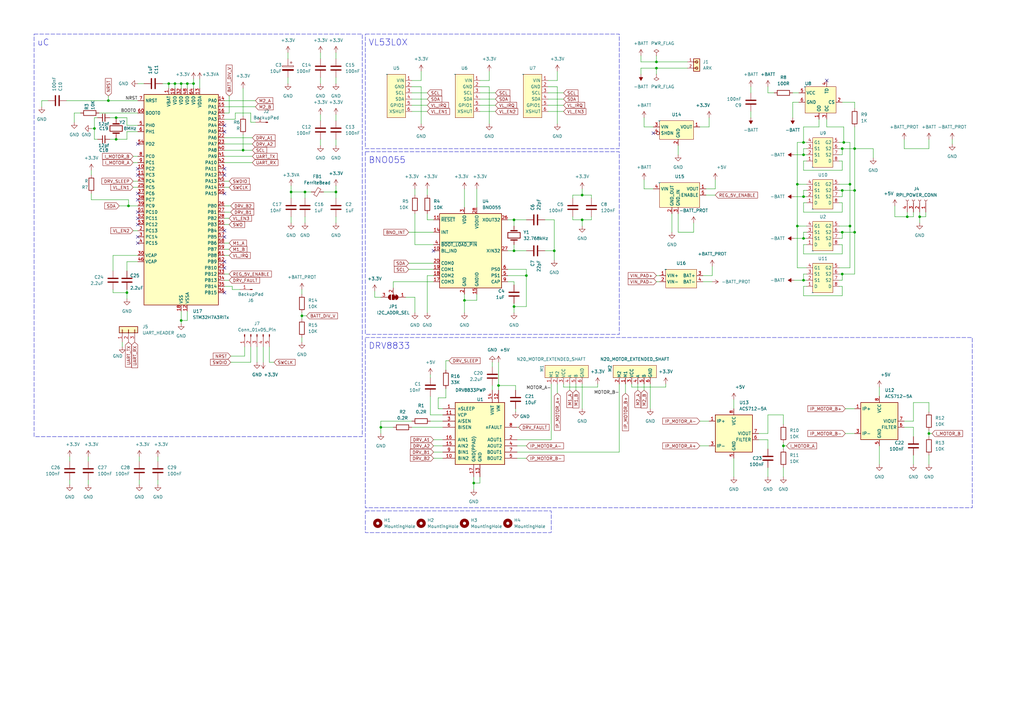
<source format=kicad_sch>
(kicad_sch (version 20230121) (generator eeschema)
  (paper "A3")
  (junction (at 377.19 88.9))
  (junction (at 350.52 78.105))
  (junction (at 79.375 34.29))
  (junction (at 238.76 90.17))
  (junction (at 137.795 78.74))
  (junction (at 47.625 57.15))
  (junction (at 44.45 41.275))
  (junction (at 71.755 34.29))
  (junction (at 346.075 58.42))
  (junction (at 321.31 182.88))
  (junction (at 52.07 120.015))
  (junction (at 215.9 113.03))
  (junction (at 125.095 78.74))
  (junction (at 345.44 95.25))
  (junction (at 350.52 95.25))
  (junction (at 74.295 34.29))
  (junction (at 269.24 27.94))
  (junction (at 327.025 75.565))
  (junction (at 52.705 84.455))
  (junction (at 345.44 78.105))
  (junction (at 190.5 123.19))
  (junction (at 329.565 63.5))
  (junction (at 38.735 52.705))
  (junction (at 210.82 125.73))
  (junction (at 194.31 198.12))
  (junction (at 329.565 58.42))
  (junction (at 269.24 25.4))
  (junction (at 69.215 34.29))
  (junction (at 348.615 75.565))
  (junction (at 345.44 60.96))
  (junction (at 210.82 102.87))
  (junction (at 99.695 61.595))
  (junction (at 74.295 131.445))
  (junction (at 327.025 92.71))
  (junction (at 123.825 129.54))
  (junction (at 238.76 80.01))
  (junction (at 372.11 88.9))
  (junction (at 119.38 78.74))
  (junction (at 329.565 97.79))
  (junction (at 381 177.8))
  (junction (at 76.835 34.29))
  (junction (at 350.52 60.96))
  (junction (at 156.21 175.26))
  (junction (at 210.82 90.17))
  (junction (at 345.44 112.395))
  (junction (at 329.565 114.935))
  (junction (at 329.565 80.645))
  (junction (at 227.33 102.87))
  (junction (at 204.47 158.115))
  (junction (at 348.615 92.71))
  (junction (at 47.625 48.26))
  (no_connect (at 92.075 71.755))
  (no_connect (at 56.515 79.375))
  (no_connect (at 92.075 53.975))
  (no_connect (at 56.515 89.535))
  (no_connect (at 56.515 59.055))
  (no_connect (at 177.8 102.87))
  (no_connect (at 92.075 107.315))
  (no_connect (at 56.515 69.215))
  (no_connect (at 92.075 51.435))
  (no_connect (at 92.075 79.375))
  (no_connect (at 339.09 33.02))
  (no_connect (at 92.075 69.215))
  (no_connect (at 92.075 120.015))
  (no_connect (at 56.515 86.995))
  (no_connect (at 56.515 97.155))
  (no_connect (at 267.97 54.61))
  (no_connect (at 92.075 94.615))
  (no_connect (at 56.515 71.755))
  (no_connect (at 56.515 99.695))
  (no_connect (at 56.515 92.075))
  (no_connect (at 92.075 97.155))
  (no_connect (at 56.515 81.915))
  (no_connect (at 92.075 109.855))
  (wire (pts (xy 329.565 80.645) (xy 330.835 80.645)))
  (wire (pts (xy 224.79 38.1) (xy 231.14 38.1)))
  (wire (pts (xy 102.87 50.165) (xy 104.775 50.165)))
  (wire (pts (xy 66.675 34.29) (xy 69.215 34.29)))
  (wire (pts (xy 314.96 191.77) (xy 314.96 195.58)))
  (wire (pts (xy 350.52 60.96) (xy 358.14 60.96)))
  (wire (pts (xy 345.44 83.185) (xy 344.17 83.185)))
  (wire (pts (xy 179.705 167.64) (xy 181.61 167.64)))
  (wire (pts (xy 348.615 92.71) (xy 348.615 109.855)))
  (wire (pts (xy 196.85 195.58) (xy 196.85 198.12)))
  (wire (pts (xy 177.8 115.57) (xy 161.29 115.57)))
  (wire (pts (xy 215.9 110.49) (xy 215.9 113.03)))
  (wire (pts (xy 212.09 185.42) (xy 254 185.42)))
  (wire (pts (xy 234.95 80.01) (xy 234.95 81.28)))
  (wire (pts (xy 345.44 86.995) (xy 345.44 83.185)))
  (wire (pts (xy 350.52 95.25) (xy 345.44 95.25)))
  (wire (pts (xy 262.89 22.86) (xy 262.89 25.4)))
  (wire (pts (xy 76.835 131.445) (xy 74.295 131.445)))
  (wire (pts (xy 50.165 140.335) (xy 50.165 142.24)))
  (wire (pts (xy 238.76 80.01) (xy 234.95 80.01)))
  (wire (pts (xy 168.91 40.64) (xy 175.26 40.64)))
  (wire (pts (xy 99.695 61.595) (xy 103.505 61.595)))
  (wire (pts (xy 234.95 90.17) (xy 234.95 88.9)))
  (wire (pts (xy 52.07 48.26) (xy 52.07 51.435)))
  (wire (pts (xy 168.91 172.72) (xy 156.21 172.72)))
  (wire (pts (xy 184.15 147.955) (xy 182.88 147.955)))
  (wire (pts (xy 170.18 100.33) (xy 170.18 87.63)))
  (wire (pts (xy 92.075 114.935) (xy 93.98 114.935)))
  (wire (pts (xy 262.89 25.4) (xy 269.24 25.4)))
  (wire (pts (xy 47.625 56.515) (xy 47.625 57.15)))
  (wire (pts (xy 79.375 36.195) (xy 79.375 34.29)))
  (wire (pts (xy 269.24 115.57) (xy 270.51 115.57)))
  (wire (pts (xy 370.84 175.26) (xy 374.65 175.26)))
  (wire (pts (xy 236.22 157.48) (xy 236.22 160.02)))
  (wire (pts (xy 74.295 36.195) (xy 74.295 34.29)))
  (wire (pts (xy 379.73 88.9) (xy 377.19 88.9)))
  (wire (pts (xy 329.565 114.935) (xy 330.835 114.935)))
  (wire (pts (xy 329.565 86.995) (xy 345.44 86.995)))
  (wire (pts (xy 46.355 104.775) (xy 46.355 111.125)))
  (wire (pts (xy 33.02 46.355) (xy 30.48 46.355)))
  (wire (pts (xy 346.075 52.07) (xy 346.075 58.42)))
  (wire (pts (xy 344.17 60.96) (xy 345.44 60.96)))
  (wire (pts (xy 92.075 99.695) (xy 93.98 99.695)))
  (wire (pts (xy 190.5 123.19) (xy 190.5 128.27)))
  (wire (pts (xy 44.45 39.37) (xy 44.45 41.275)))
  (wire (pts (xy 307.975 35.56) (xy 307.975 38.1)))
  (wire (pts (xy 329.565 58.42) (xy 329.565 52.07)))
  (wire (pts (xy 161.29 115.57) (xy 161.29 118.11)))
  (wire (pts (xy 102.87 142.24) (xy 102.87 148.59)))
  (wire (pts (xy 231.14 158.75) (xy 245.11 158.75)))
  (wire (pts (xy 131.445 31.75) (xy 131.445 34.29)))
  (wire (pts (xy 76.835 34.29) (xy 74.295 34.29)))
  (wire (pts (xy 110.49 142.24) (xy 110.49 148.59)))
  (wire (pts (xy 37.465 79.375) (xy 37.465 81.915)))
  (wire (pts (xy 314.96 180.34) (xy 314.96 184.15)))
  (wire (pts (xy 172.72 33.02) (xy 172.72 29.21)))
  (wire (pts (xy 95.25 117.475) (xy 92.075 117.475)))
  (wire (pts (xy 52.07 53.975) (xy 56.515 53.975)))
  (wire (pts (xy 132.715 78.74) (xy 137.795 78.74)))
  (wire (pts (xy 195.58 77.47) (xy 195.58 85.09)))
  (wire (pts (xy 327.025 109.855) (xy 330.835 109.855)))
  (wire (pts (xy 182.88 147.955) (xy 182.88 151.765)))
  (wire (pts (xy 374.65 186.69) (xy 374.65 190.5)))
  (wire (pts (xy 238.76 90.17) (xy 238.76 92.71)))
  (wire (pts (xy 345.44 60.96) (xy 350.52 60.96)))
  (wire (pts (xy 47.625 48.26) (xy 52.07 48.26)))
  (wire (pts (xy 367.03 88.9) (xy 372.11 88.9)))
  (wire (pts (xy 201.93 158.115) (xy 201.93 160.02)))
  (wire (pts (xy 156.21 175.26) (xy 156.21 177.8)))
  (wire (pts (xy 179.705 163.195) (xy 182.88 163.195)))
  (wire (pts (xy 28.575 187.325) (xy 28.575 189.23)))
  (wire (pts (xy 119.38 78.74) (xy 119.38 81.28)))
  (wire (pts (xy 118.11 31.75) (xy 118.11 34.29)))
  (wire (pts (xy 381 186.69) (xy 381 190.5)))
  (wire (pts (xy 99.695 36.195) (xy 99.695 47.625)))
  (wire (pts (xy 381 177.8) (xy 381 179.07)))
  (wire (pts (xy 339.09 48.895) (xy 339.09 52.07)))
  (wire (pts (xy 79.375 34.29) (xy 76.835 34.29)))
  (wire (pts (xy 344.17 80.645) (xy 345.44 80.645)))
  (wire (pts (xy 200.66 35.56) (xy 200.66 50.8)))
  (wire (pts (xy 381 165.1) (xy 374.65 165.1)))
  (wire (pts (xy 110.49 148.59) (xy 112.395 148.59)))
  (wire (pts (xy 175.26 77.47) (xy 175.26 80.01)))
  (wire (pts (xy 177.8 100.33) (xy 170.18 100.33)))
  (wire (pts (xy 287.02 172.72) (xy 290.83 172.72)))
  (wire (pts (xy 195.58 120.65) (xy 195.58 123.19)))
  (wire (pts (xy 208.28 113.03) (xy 215.9 113.03)))
  (wire (pts (xy 95.25 118.745) (xy 95.25 117.475)))
  (wire (pts (xy 223.52 90.17) (xy 227.33 90.17)))
  (wire (pts (xy 27.305 41.275) (xy 44.45 41.275)))
  (wire (pts (xy 350.52 95.25) (xy 350.52 112.395)))
  (wire (pts (xy 330.835 78.105) (xy 329.565 78.105)))
  (wire (pts (xy 350.52 52.07) (xy 350.52 60.96)))
  (wire (pts (xy 300.99 187.96) (xy 300.99 195.58)))
  (wire (pts (xy 137.795 78.74) (xy 137.795 81.28)))
  (wire (pts (xy 137.795 31.75) (xy 137.795 34.29)))
  (wire (pts (xy 345.44 69.85) (xy 345.44 66.04)))
  (wire (pts (xy 211.455 160.02) (xy 211.455 158.115)))
  (wire (pts (xy 167.64 95.25) (xy 177.8 95.25)))
  (wire (pts (xy 57.15 196.85) (xy 57.15 198.755)))
  (wire (pts (xy 238.76 80.01) (xy 242.57 80.01)))
  (wire (pts (xy 254 185.42) (xy 254 157.48)))
  (wire (pts (xy 56.515 104.775) (xy 46.355 104.775)))
  (wire (pts (xy 92.075 66.675) (xy 103.505 66.675)))
  (wire (pts (xy 40.64 46.355) (xy 56.515 46.355)))
  (wire (pts (xy 92.075 41.275) (xy 104.775 41.275)))
  (wire (pts (xy 325.755 97.79) (xy 329.565 97.79)))
  (wire (pts (xy 52.07 51.435) (xy 56.515 51.435)))
  (wire (pts (xy 92.075 86.995) (xy 94.615 86.995)))
  (wire (pts (xy 81.915 32.385) (xy 81.915 36.195)))
  (wire (pts (xy 196.85 43.18) (xy 203.2 43.18)))
  (wire (pts (xy 123.825 138.43) (xy 123.825 140.335)))
  (wire (pts (xy 269.24 113.03) (xy 270.51 113.03)))
  (wire (pts (xy 261.62 157.48) (xy 261.62 160.02)))
  (wire (pts (xy 266.7 157.48) (xy 266.7 167.64)))
  (wire (pts (xy 54.61 64.135) (xy 56.515 64.135)))
  (wire (pts (xy 350.52 78.105) (xy 345.44 78.105)))
  (wire (pts (xy 131.445 46.99) (xy 131.445 49.53)))
  (wire (pts (xy 269.24 25.4) (xy 281.94 25.4)))
  (wire (pts (xy 212.09 175.26) (xy 212.725 175.26)))
  (wire (pts (xy 168.91 33.02) (xy 172.72 33.02)))
  (wire (pts (xy 370.84 172.72) (xy 374.65 172.72)))
  (wire (pts (xy 167.64 107.95) (xy 177.8 107.95)))
  (wire (pts (xy 168.91 38.1) (xy 175.26 38.1)))
  (wire (pts (xy 92.075 92.075) (xy 93.98 92.075)))
  (wire (pts (xy 177.8 185.42) (xy 181.61 185.42)))
  (wire (pts (xy 344.17 63.5) (xy 345.44 63.5)))
  (wire (pts (xy 329.565 112.395) (xy 329.565 114.935)))
  (wire (pts (xy 194.31 198.12) (xy 196.85 198.12)))
  (wire (pts (xy 292.1 113.03) (xy 292.1 109.22)))
  (wire (pts (xy 92.075 48.895) (xy 96.52 48.895)))
  (wire (pts (xy 264.16 48.26) (xy 264.16 52.07)))
  (wire (pts (xy 330.835 100.33) (xy 329.565 100.33)))
  (wire (pts (xy 36.195 187.325) (xy 36.195 189.23)))
  (wire (pts (xy 92.075 59.055) (xy 103.505 59.055)))
  (wire (pts (xy 92.075 61.595) (xy 99.695 61.595)))
  (wire (pts (xy 196.85 45.72) (xy 203.2 45.72)))
  (wire (pts (xy 264.16 52.07) (xy 267.97 52.07)))
  (wire (pts (xy 212.09 182.88) (xy 215.9 182.88)))
  (wire (pts (xy 311.15 180.34) (xy 314.96 180.34)))
  (wire (pts (xy 314.96 38.1) (xy 314.96 35.56)))
  (wire (pts (xy 40.005 48.26) (xy 38.735 48.26)))
  (wire (pts (xy 131.445 21.59) (xy 131.445 24.13)))
  (wire (pts (xy 190.5 77.47) (xy 190.5 85.09)))
  (wire (pts (xy 321.31 191.77) (xy 321.31 195.58)))
  (wire (pts (xy 381 177.8) (xy 382.27 177.8)))
  (wire (pts (xy 327.66 41.91) (xy 325.12 41.91)))
  (wire (pts (xy 231.14 157.48) (xy 231.14 158.75)))
  (wire (pts (xy 93.98 39.37) (xy 93.98 46.355)))
  (wire (pts (xy 170.18 121.92) (xy 170.18 128.27)))
  (wire (pts (xy 379.73 86.995) (xy 379.73 88.9)))
  (wire (pts (xy 123.825 118.745) (xy 123.825 120.65)))
  (wire (pts (xy 321.31 182.88) (xy 322.58 182.88)))
  (wire (pts (xy 76.835 36.195) (xy 76.835 34.29)))
  (wire (pts (xy 52.705 84.455) (xy 56.515 84.455)))
  (wire (pts (xy 327.025 92.71) (xy 327.025 109.855)))
  (wire (pts (xy 74.295 34.29) (xy 71.755 34.29)))
  (wire (pts (xy 40.005 57.15) (xy 38.735 57.15)))
  (wire (pts (xy 367.03 84.455) (xy 367.03 88.9)))
  (wire (pts (xy 269.24 27.94) (xy 269.24 30.48)))
  (wire (pts (xy 374.65 175.26) (xy 374.65 179.07)))
  (wire (pts (xy 194.31 198.12) (xy 194.31 200.66)))
  (wire (pts (xy 93.98 46.355) (xy 92.075 46.355)))
  (wire (pts (xy 137.795 57.15) (xy 137.795 59.69)))
  (wire (pts (xy 210.82 125.73) (xy 210.82 128.27)))
  (wire (pts (xy 325.755 114.935) (xy 329.565 114.935)))
  (wire (pts (xy 227.33 102.87) (xy 223.52 102.87)))
  (wire (pts (xy 293.37 77.47) (xy 293.37 73.66)))
  (wire (pts (xy 74.295 131.445) (xy 74.295 132.715)))
  (wire (pts (xy 69.215 34.29) (xy 69.215 36.195)))
  (wire (pts (xy 346.71 177.8) (xy 350.52 177.8)))
  (wire (pts (xy 105.41 142.24) (xy 105.41 148.59)))
  (wire (pts (xy 168.91 175.26) (xy 181.61 175.26)))
  (wire (pts (xy 233.68 157.48) (xy 233.68 160.02)))
  (wire (pts (xy 118.11 21.59) (xy 118.11 24.13)))
  (wire (pts (xy 17.145 41.275) (xy 17.145 43.815)))
  (wire (pts (xy 377.19 88.9) (xy 377.19 91.44)))
  (wire (pts (xy 177.8 113.03) (xy 175.26 113.03)))
  (wire (pts (xy 256.54 157.48) (xy 256.54 161.29)))
  (wire (pts (xy 175.26 113.03) (xy 175.26 128.27)))
  (wire (pts (xy 74.295 127.635) (xy 74.295 131.445)))
  (wire (pts (xy 288.29 113.03) (xy 292.1 113.03)))
  (wire (pts (xy 238.76 90.17) (xy 234.95 90.17)))
  (wire (pts (xy 327.025 58.42) (xy 327.025 75.565)))
  (wire (pts (xy 179.705 163.195) (xy 179.705 167.64)))
  (wire (pts (xy 242.57 81.28) (xy 242.57 80.01)))
  (wire (pts (xy 381 60.96) (xy 381 57.15)))
  (wire (pts (xy 137.795 88.9) (xy 137.795 91.44)))
  (wire (pts (xy 360.68 182.88) (xy 360.68 190.5)))
  (wire (pts (xy 52.07 107.315) (xy 52.07 111.125)))
  (wire (pts (xy 69.215 34.29) (xy 71.755 34.29)))
  (wire (pts (xy 264.16 157.48) (xy 264.16 160.02)))
  (wire (pts (xy 46.355 120.015) (xy 52.07 120.015)))
  (wire (pts (xy 300.99 163.83) (xy 300.99 167.64)))
  (wire (pts (xy 330.835 58.42) (xy 329.565 58.42)))
  (wire (pts (xy 38.735 52.705) (xy 37.465 52.705)))
  (wire (pts (xy 228.6 157.48) (xy 228.6 161.29)))
  (wire (pts (xy 372.11 86.995) (xy 372.11 88.9)))
  (wire (pts (xy 345.44 117.475) (xy 344.17 117.475)))
  (wire (pts (xy 321.31 182.88) (xy 321.31 184.15)))
  (wire (pts (xy 262.89 27.94) (xy 262.89 30.48)))
  (wire (pts (xy 307.975 45.72) (xy 307.975 48.26)))
  (wire (pts (xy 92.075 43.815) (xy 104.775 43.815)))
  (wire (pts (xy 228.6 35.56) (xy 228.6 50.8)))
  (wire (pts (xy 390.525 57.15) (xy 390.525 59.055)))
  (wire (pts (xy 290.83 52.07) (xy 290.83 48.26)))
  (wire (pts (xy 210.82 90.17) (xy 210.82 92.71)))
  (wire (pts (xy 259.08 157.48) (xy 259.08 158.75)))
  (wire (pts (xy 348.615 58.42) (xy 348.615 75.565)))
  (wire (pts (xy 224.79 45.72) (xy 231.14 45.72)))
  (wire (pts (xy 321.31 173.99) (xy 321.31 170.18)))
  (wire (pts (xy 215.9 125.73) (xy 210.82 125.73)))
  (wire (pts (xy 350.52 60.96) (xy 350.52 78.105)))
  (wire (pts (xy 329.565 78.105) (xy 329.565 80.645)))
  (wire (pts (xy 264.16 73.66) (xy 264.16 77.47)))
  (wire (pts (xy 177.8 180.34) (xy 181.61 180.34)))
  (wire (pts (xy 92.075 89.535) (xy 93.98 89.535)))
  (wire (pts (xy 176.53 170.18) (xy 181.61 170.18)))
  (wire (pts (xy 381 176.53) (xy 381 177.8)))
  (wire (pts (xy 346.075 58.42) (xy 348.615 58.42)))
  (wire (pts (xy 170.18 77.47) (xy 170.18 80.01)))
  (wire (pts (xy 96.52 48.895) (xy 96.52 46.355)))
  (wire (pts (xy 329.565 97.79) (xy 330.835 97.79)))
  (wire (pts (xy 52.07 120.015) (xy 52.07 122.555)))
  (wire (pts (xy 168.91 43.18) (xy 175.26 43.18)))
  (wire (pts (xy 314.96 170.18) (xy 314.96 177.8)))
  (wire (pts (xy 196.85 35.56) (xy 200.66 35.56)))
  (wire (pts (xy 156.21 172.72) (xy 156.21 175.26)))
  (wire (pts (xy 330.835 60.96) (xy 329.565 60.96)))
  (wire (pts (xy 137.795 76.2) (xy 137.795 78.74)))
  (wire (pts (xy 52.07 57.15) (xy 52.07 53.975)))
  (wire (pts (xy 167.64 110.49) (xy 177.8 110.49)))
  (wire (pts (xy 57.15 187.325) (xy 57.15 189.23)))
  (wire (pts (xy 311.15 177.8) (xy 314.96 177.8)))
  (wire (pts (xy 99.695 55.245) (xy 99.695 61.595)))
  (wire (pts (xy 37.465 69.85) (xy 37.465 71.755)))
  (wire (pts (xy 327.025 75.565) (xy 327.025 92.71)))
  (wire (pts (xy 208.28 115.57) (xy 210.82 115.57)))
  (wire (pts (xy 330.835 95.25) (xy 329.565 95.25)))
  (wire (pts (xy 52.07 118.745) (xy 52.07 120.015)))
  (wire (pts (xy 345.44 80.645) (xy 345.44 78.105)))
  (wire (pts (xy 210.82 90.17) (xy 215.9 90.17)))
  (wire (pts (xy 137.795 46.99) (xy 137.795 49.53)))
  (wire (pts (xy 259.08 158.75) (xy 273.05 158.75)))
  (wire (pts (xy 177.8 182.88) (xy 181.61 182.88)))
  (wire (pts (xy 329.565 104.14) (xy 345.44 104.14)))
  (wire (pts (xy 210.82 102.87) (xy 215.9 102.87)))
  (wire (pts (xy 210.82 124.46) (xy 210.82 125.73)))
  (wire (pts (xy 327.025 92.71) (xy 330.835 92.71)))
  (wire (pts (xy 329.565 69.85) (xy 345.44 69.85)))
  (wire (pts (xy 329.565 95.25) (xy 329.565 97.79)))
  (wire (pts (xy 204.47 158.115) (xy 204.47 160.02)))
  (wire (pts (xy 269.24 22.86) (xy 269.24 25.4)))
  (wire (pts (xy 166.37 121.92) (xy 170.18 121.92)))
  (wire (pts (xy 211.455 167.64) (xy 211.455 168.91)))
  (wire (pts (xy 329.565 66.04) (xy 329.565 69.85)))
  (wire (pts (xy 45.085 48.26) (xy 47.625 48.26)))
  (wire (pts (xy 204.47 148.59) (xy 204.47 158.115)))
  (wire (pts (xy 19.685 41.275) (xy 17.145 41.275)))
  (wire (pts (xy 228.6 33.02) (xy 228.6 29.21)))
  (wire (pts (xy 348.615 75.565) (xy 348.615 92.71)))
  (wire (pts (xy 345.44 121.285) (xy 345.44 117.475)))
  (wire (pts (xy 238.76 157.48) (xy 238.76 167.64)))
  (wire (pts (xy 153.67 121.92) (xy 153.67 119.38)))
  (wire (pts (xy 100.33 142.24) (xy 100.33 146.05)))
  (wire (pts (xy 177.8 187.96) (xy 181.61 187.96)))
  (wire (pts (xy 168.91 35.56) (xy 172.72 35.56)))
  (wire (pts (xy 208.28 102.87) (xy 210.82 102.87)))
  (wire (pts (xy 350.52 41.91) (xy 350.52 44.45)))
  (wire (pts (xy 329.565 58.42) (xy 327.025 58.42)))
  (wire (pts (xy 329.565 52.07) (xy 335.915 52.07)))
  (wire (pts (xy 238.76 77.47) (xy 238.76 80.01)))
  (wire (pts (xy 190.5 120.65) (xy 190.5 123.19)))
  (wire (pts (xy 182.88 163.195) (xy 182.88 159.385)))
  (wire (pts (xy 275.59 87.63) (xy 275.59 95.25)))
  (wire (pts (xy 153.67 121.92) (xy 156.21 121.92)))
  (wire (pts (xy 289.56 80.01) (xy 293.37 80.01)))
  (wire (pts (xy 227.33 90.17) (xy 227.33 102.87)))
  (wire (pts (xy 56.515 107.315) (xy 52.07 107.315)))
  (wire (pts (xy 30.48 46.355) (xy 30.48 50.165)))
  (wire (pts (xy 224.79 35.56) (xy 228.6 35.56)))
  (wire (pts (xy 329.565 100.33) (xy 329.565 104.14)))
  (wire (pts (xy 98.425 118.745) (xy 95.25 118.745)))
  (wire (pts (xy 325.12 41.91) (xy 325.12 48.26)))
  (wire (pts (xy 278.13 59.69) (xy 278.13 63.5)))
  (wire (pts (xy 123.825 128.27) (xy 123.825 129.54)))
  (wire (pts (xy 224.79 43.18) (xy 231.14 43.18)))
  (wire (pts (xy 345.44 97.79) (xy 345.44 95.25)))
  (wire (pts (xy 288.29 115.57) (xy 292.1 115.57)))
  (wire (pts (xy 47.625 57.15) (xy 52.07 57.15)))
  (wire (pts (xy 262.89 27.94) (xy 269.24 27.94)))
  (wire (pts (xy 52.705 81.915) (xy 52.705 84.455)))
  (wire (pts (xy 224.79 33.02) (xy 228.6 33.02)))
  (wire (pts (xy 330.835 66.04) (xy 329.565 66.04)))
  (wire (pts (xy 176.53 162.56) (xy 176.53 170.18)))
  (wire (pts (xy 196.85 33.02) (xy 200.66 33.02)))
  (wire (pts (xy 339.09 52.07) (xy 346.075 52.07)))
  (wire (pts (xy 168.91 45.72) (xy 175.26 45.72)))
  (wire (pts (xy 360.68 158.75) (xy 360.68 162.56)))
  (wire (pts (xy 123.825 129.54) (xy 123.825 130.81)))
  (wire (pts (xy 346.075 58.42) (xy 344.17 58.42)))
  (wire (pts (xy 345.44 63.5) (xy 345.44 60.96)))
  (wire (pts (xy 289.56 77.47) (xy 293.37 77.47)))
  (wire (pts (xy 172.72 35.56) (xy 172.72 50.8)))
  (wire (pts (xy 377.19 86.995) (xy 377.19 88.9)))
  (wire (pts (xy 381 168.91) (xy 381 165.1)))
  (wire (pts (xy 321.31 170.18) (xy 314.96 170.18)))
  (wire (pts (xy 330.835 112.395) (xy 329.565 112.395)))
  (wire (pts (xy 76.835 127.635) (xy 76.835 131.445)))
  (wire (pts (xy 345.44 112.395) (xy 344.17 112.395)))
  (wire (pts (xy 119.38 88.9) (xy 119.38 91.44)))
  (wire (pts (xy 175.26 87.63) (xy 175.26 90.17)))
  (wire (pts (xy 38.735 48.26) (xy 38.735 52.705)))
  (wire (pts (xy 137.795 21.59) (xy 137.795 24.13)))
  (wire (pts (xy 156.21 175.26) (xy 161.29 175.26)))
  (wire (pts (xy 210.82 115.57) (xy 210.82 116.84)))
  (wire (pts (xy 238.76 90.17) (xy 242.57 90.17)))
  (wire (pts (xy 96.52 46.355) (xy 102.87 46.355)))
  (wire (pts (xy 345.44 104.14) (xy 345.44 100.33)))
  (wire (pts (xy 372.11 88.9) (xy 374.65 88.9)))
  (wire (pts (xy 92.075 76.835) (xy 93.98 76.835)))
  (wire (pts (xy 287.02 182.88) (xy 290.83 182.88)))
  (wire (pts (xy 79.375 32.385) (xy 79.375 34.29)))
  (wire (pts (xy 48.895 84.455) (xy 52.705 84.455)))
  (wire (pts (xy 195.58 123.19) (xy 190.5 123.19)))
  (wire (pts (xy 325.12 38.1) (xy 327.66 38.1)))
  (wire (pts (xy 346.71 167.64) (xy 350.52 167.64)))
  (wire (pts (xy 127.635 78.74) (xy 125.095 78.74)))
  (wire (pts (xy 119.38 76.2) (xy 119.38 78.74)))
  (wire (pts (xy 92.075 64.135) (xy 103.505 64.135)))
  (wire (pts (xy 208.28 110.49) (xy 215.9 110.49)))
  (wire (pts (xy 224.79 40.64) (xy 231.14 40.64)))
  (wire (pts (xy 92.075 112.395) (xy 93.98 112.395)))
  (wire (pts (xy 345.44 100.33) (xy 344.17 100.33)))
  (wire (pts (xy 278.13 95.25) (xy 284.48 95.25)))
  (wire (pts (xy 325.755 80.645) (xy 329.565 80.645)))
  (wire (pts (xy 92.075 56.515) (xy 103.505 56.515)))
  (wire (pts (xy 329.565 117.475) (xy 329.565 121.285)))
  (wire (pts (xy 348.615 109.855) (xy 344.17 109.855)))
  (wire (pts (xy 212.09 187.96) (xy 215.9 187.96)))
  (wire (pts (xy 273.05 158.75) (xy 273.05 157.48)))
  (wire (pts (xy 278.13 87.63) (xy 278.13 95.25)))
  (wire (pts (xy 175.26 90.17) (xy 177.8 90.17)))
  (wire (pts (xy 196.85 38.1) (xy 203.2 38.1)))
  (wire (pts (xy 56.515 34.29) (xy 59.055 34.29)))
  (wire (pts (xy 345.44 66.04) (xy 344.17 66.04)))
  (wire (pts (xy 325.755 63.5) (xy 329.565 63.5)))
  (wire (pts (xy 330.835 117.475) (xy 329.565 117.475)))
  (wire (pts (xy 329.565 60.96) (xy 329.565 63.5)))
  (wire (pts (xy 176.53 172.72) (xy 181.61 172.72)))
  (wire (pts (xy 176.53 153.67) (xy 176.53 154.94)))
  (wire (pts (xy 71.755 34.29) (xy 71.755 36.195)))
  (wire (pts (xy 131.445 57.15) (xy 131.445 59.69)))
  (wire (pts (xy 200.66 33.02) (xy 200.66 29.21)))
  (wire (pts (xy 269.24 27.94) (xy 281.94 27.94)))
  (wire (pts (xy 358.14 60.96) (xy 358.14 64.77)))
  (wire (pts (xy 38.735 52.705) (xy 38.735 57.15)))
  (wire (pts (xy 345.44 114.935) (xy 345.44 112.395)))
  (wire (pts (xy 344.17 114.935) (xy 345.44 114.935)))
  (wire (pts (xy 211.455 158.115) (xy 204.47 158.115)))
  (wire (pts (xy 287.02 52.07) (xy 290.83 52.07)))
  (wire (pts (xy 329.565 83.185) (xy 329.565 86.995)))
  (wire (pts (xy 36.195 196.85) (xy 36.195 198.755)))
  (wire (pts (xy 227.33 102.87) (xy 227.33 106.68)))
  (wire (pts (xy 107.95 142.24) (xy 107.95 148.59)))
  (wire (pts (xy 329.565 63.5) (xy 330.835 63.5)))
  (wire (pts (xy 345.44 95.25) (xy 344.17 95.25)))
  (wire (pts (xy 123.825 129.54) (xy 125.73 129.54)))
  (wire (pts (xy 350.52 112.395) (xy 345.44 112.395)))
  (wire (pts (xy 54.61 74.295) (xy 56.515 74.295)))
  (wire (pts (xy 374.65 88.9) (xy 374.65 86.995)))
  (wire (pts (xy 335.915 52.07) (xy 335.915 48.895)))
  (wire (pts (xy 194.31 195.58) (xy 194.31 198.12)))
  (wire (pts (xy 350.52 78.105) (xy 350.52 95.25)))
  (wire (pts (xy 264.16 77.47) (xy 267.97 77.47)))
  (wire (pts (xy 208.28 90.17) (xy 210.82 90.17)))
  (wire (pts (xy 46.355 118.745) (xy 46.355 120.015)))
  (wire (pts (xy 54.61 94.615) (xy 56.515 94.615)))
  (wire (pts (xy 47.625 48.895) (xy 47.625 48.26)))
  (wire (pts (xy 215.9 113.03) (xy 215.9 125.73)))
  (wire (pts (xy 370.84 60.96) (xy 381 60.96)))
  (wire (pts (xy 92.075 104.775) (xy 93.98 104.775)))
  (wire (pts (xy 345.44 78.105) (xy 344.17 78.105)))
  (wire (pts (xy 64.77 196.85) (xy 64.77 198.755)))
  (wire (pts (xy 125.095 78.74) (xy 125.095 81.28)))
  (wire (pts (xy 196.85 40.64) (xy 203.2 40.64)))
  (wire (pts (xy 44.45 41.275) (xy 56.515 41.275)))
  (wire (pts (xy 28.575 196.85) (xy 28.575 198.755)))
  (wire (pts (xy 344.17 97.79) (xy 345.44 97.79)))
  (wire (pts (xy 284.48 95.25) (xy 284.48 91.44)))
  (wire (pts (xy 92.075 84.455) (xy 94.615 84.455)))
  (wire (pts (xy 125.095 78.74) (xy 119.38 78.74)))
  (wire (pts (xy 125.095 88.9) (xy 125.095 91.44)))
  (wire (pts (xy 64.77 187.325) (xy 64.77 189.23)))
  (wire (pts (xy 348.615 92.71) (xy 344.17 92.71)))
  (wire (pts (xy 242.57 88.9) (xy 242.57 90.17)))
  (wire (pts (xy 102.87 148.59) (xy 94.615 148.59)))
  (wire (pts (xy 201.93 148.59) (xy 201.93 150.495)))
  (wire (pts (xy 226.06 180.34) (xy 226.06 157.48)))
  (wire (pts (xy 330.835 83.185) (xy 329.565 83.185)))
  (wire (pts (xy 374.65 172.72) (xy 374.65 165.1)))
  (wire (pts (xy 92.075 74.295) (xy 93.98 74.295)))
  (wire (pts (xy 54.61 76.835) (xy 56.515 76.835)))
  (wire (pts (xy 345.44 41.91) (xy 350.52 41.91)))
  (wire (pts (xy 54.61 66.675) (xy 56.515 66.675)))
  (wire (pts (xy 92.075 102.235) (xy 93.98 102.235)))
  (wire (pts (xy 45.085 57.15) (xy 47.625 57.15)))
  (wire (pts (xy 370.84 57.15) (xy 370.84 60.96)))
  (wire (pts (xy 210.82 102.87) (xy 210.82 100.33)))
  (wire (pts (xy 348.615 75.565) (xy 344.17 75.565)))
  (wire (pts (xy 37.465 81.915) (xy 52.705 81.915)))
  (wire (pts (xy 321.31 181.61) (xy 321.31 182.88)))
  (wire (pts (xy 102.87 46.355) (xy 102.87 50.165)))
  (wire (pts (xy 212.09 180.34) (xy 226.06 180.34)))
  (wire (pts (xy 245.11 158.75) (xy 245.11 157.48)))
  (wire (pts (xy 317.5 38.1) (xy 314.96 38.1)))
  (wire (pts (xy 327.025 75.565) (xy 330.835 75.565)))
  (wire (pts (xy 329.565 121.285) (xy 345.44 121.285)))
  (wire (pts (xy 100.33 146.05) (xy 94.615 146.05)))
  (rectangle (start 149.86 209.55) (end 226.06 218.44) (stroke (width 0) (type dash)))
  (rectangle (start 13.97 13.97) (end 148.59 179.07) (stroke (width 0) (type dash)))
  (rectangle (start 149.86 62.23) (end 254 137.16) (stroke (width 0) (type dash)))
  (rectangle (start 149.86 138.43) (end 398.78 208.28) (stroke (width 0) (type dash)))
  (rectangle (start 149.86 13.97) (end 254 60.96) (stroke (width 0) (type dash)))
  (text "DRV8833" (at 151.13 143.51 0) (effects (font (size 2.54 2.54)) (justify left bottom)))
  (text "VL53L0X" (at 151.13 19.05 0) (effects (font (size 2.54 2.54)) (justify left bottom)))
  (text "BNO055" (at 151.13 67.31 0) (effects (font (size 2.54 2.54)) (justify left bottom)))
  (text "uC" (at 15.24 19.05 0) (effects (font (size 2.54 2.54)) (justify left bottom)))
  (label "BOOT0" (at 49.53 46.355 0))
  (label "MOTOR_B-" (at 254 161.925 180))
  (label "MOTOR_A-" (at 226.06 160.02 180))
  (label "NRST" (at 51.435 41.275 0))
  (global_label "NRST" (shape input) (at 44.45 39.37 90) (property "Intersheetrefs" "${INTERSHEET_REFS}" (effects hide)))
  (global_label "DRV_B1" (shape input) (at 177.8 185.42 180) (property "Intersheetrefs" "${INTERSHEET_REFS}" (effects hide)))
  (global_label "M1_B" (shape input) (at 93.98 102.235 0) (property "Intersheetrefs" "${INTERSHEET_REFS}" (effects hide)))
  (global_label "I_MOTOR_A" (shape input) (at 322.58 182.88 0) (property "Intersheetrefs" "${INTERSHEET_REFS}" (effects hide)))
  (global_label "M1_A" (shape input) (at 93.98 99.695 0) (property "Intersheetrefs" "${INTERSHEET_REFS}" (effects hide)))
  (global_label "IP_MOTOR_A-" (shape input) (at 215.9 182.88 0) (property "Intersheetrefs" "${INTERSHEET_REFS}" (effects hide)))
  (global_label "SWCLK" (shape input) (at 93.98 76.835 0) (property "Intersheetrefs" "${INTERSHEET_REFS}" (effects hide)))
  (global_label "M1_B" (shape input) (at 236.22 160.02 270) (property "Intersheetrefs" "${INTERSHEET_REFS}" (effects hide)))
  (global_label "SCL" (shape input) (at 167.64 110.49 180) (property "Intersheetrefs" "${INTERSHEET_REFS}" (effects hide)))
  (global_label "VL_EN2" (shape input) (at 54.61 94.615 180) (property "Intersheetrefs" "${INTERSHEET_REFS}" (effects hide)))
  (global_label "VL_IRQ" (shape input) (at 231.14 43.18 0) (property "Intersheetrefs" "${INTERSHEET_REFS}" (effects hide)))
  (global_label "UART_TX" (shape input) (at 103.505 64.135 0) (property "Intersheetrefs" "${INTERSHEET_REFS}" (effects hide)))
  (global_label "VL_IRQ" (shape input) (at 93.98 104.775 0) (property "Intersheetrefs" "${INTERSHEET_REFS}" (effects hide)))
  (global_label "DRV_SLEEP" (shape input) (at 54.61 74.295 180) (property "Intersheetrefs" "${INTERSHEET_REFS}" (effects hide)))
  (global_label "M2_B" (shape input) (at 104.775 43.815 0) (property "Intersheetrefs" "${INTERSHEET_REFS}" (effects hide)))
  (global_label "BATT_DIV_V" (shape input) (at 93.98 39.37 90) (property "Intersheetrefs" "${INTERSHEET_REFS}" (effects hide)))
  (global_label "SCL" (shape input) (at 103.505 61.595 0) (property "Intersheetrefs" "${INTERSHEET_REFS}" (effects hide)))
  (global_label "M2_B" (shape input) (at 264.16 160.02 270) (property "Intersheetrefs" "${INTERSHEET_REFS}" (effects hide)))
  (global_label "M2_A" (shape input) (at 104.775 41.275 0) (property "Intersheetrefs" "${INTERSHEET_REFS}" (effects hide)))
  (global_label "REG_5V_ENABLE" (shape input) (at 293.37 80.01 0) (property "Intersheetrefs" "${INTERSHEET_REFS}" (effects hide)))
  (global_label "NRST" (shape input) (at 94.615 146.05 180) (property "Intersheetrefs" "${INTERSHEET_REFS}" (effects hide)))
  (global_label "VL_EN3" (shape input) (at 231.14 45.72 0) (property "Intersheetrefs" "${INTERSHEET_REFS}" (effects hide)))
  (global_label "VL_EN1" (shape input) (at 54.61 76.835 180) (property "Intersheetrefs" "${INTERSHEET_REFS}" (effects hide)))
  (global_label "DRV_B2" (shape input) (at 94.615 84.455 0) (property "Intersheetrefs" "${INTERSHEET_REFS}" (effects hide)))
  (global_label "IP_MOTOR_B+" (shape input) (at 346.71 167.64 180) (property "Intersheetrefs" "${INTERSHEET_REFS}" (effects hide)))
  (global_label "SWDIO" (shape input) (at 93.98 74.295 0) (property "Intersheetrefs" "${INTERSHEET_REFS}" (effects hide)))
  (global_label "VIN_PAD+" (shape input) (at 269.24 113.03 180) (property "Intersheetrefs" "${INTERSHEET_REFS}" (effects hide)))
  (global_label "UART_RX" (shape input) (at 103.505 66.675 0) (property "Intersheetrefs" "${INTERSHEET_REFS}" (effects hide)))
  (global_label "VIN_PAD-" (shape input) (at 269.24 115.57 180) (property "Intersheetrefs" "${INTERSHEET_REFS}" (effects hide)))
  (global_label "IP_MOTOR_B+" (shape input) (at 256.54 161.29 270) (property "Intersheetrefs" "${INTERSHEET_REFS}" (effects hide)))
  (global_label "SDA" (shape input) (at 175.26 40.64 0) (property "Intersheetrefs" "${INTERSHEET_REFS}" (effects hide)))
  (global_label "SDA" (shape input) (at 48.895 84.455 180) (property "Intersheetrefs" "${INTERSHEET_REFS}" (effects hide)))
  (global_label "DRV_SLEEP" (shape input) (at 184.15 147.955 0) (property "Intersheetrefs" "${INTERSHEET_REFS}" (effects hide)))
  (global_label "IP_MOTOR_A+" (shape input) (at 228.6 161.29 270) (property "Intersheetrefs" "${INTERSHEET_REFS}" (effects hide)))
  (global_label "DRV_A1" (shape input) (at 103.505 56.515 0) (property "Intersheetrefs" "${INTERSHEET_REFS}" (effects hide)))
  (global_label "DRV_FAULT" (shape input) (at 212.725 175.26 0) (property "Intersheetrefs" "${INTERSHEET_REFS}" (effects hide)))
  (global_label "VL_IRQ" (shape input) (at 203.2 43.18 0) (property "Intersheetrefs" "${INTERSHEET_REFS}" (effects hide)))
  (global_label "SCL" (shape input) (at 231.14 38.1 0) (property "Intersheetrefs" "${INTERSHEET_REFS}" (effects hide)))
  (global_label "BNO_INT" (shape input) (at 167.64 95.25 180) (property "Intersheetrefs" "${INTERSHEET_REFS}" (effects hide)))
  (global_label "VL_IRQ" (shape input) (at 175.26 43.18 0) (property "Intersheetrefs" "${INTERSHEET_REFS}" (effects hide)))
  (global_label "VL_EN2" (shape input) (at 203.2 45.72 0) (property "Intersheetrefs" "${INTERSHEET_REFS}" (effects hide)))
  (global_label "UART_RX" (shape input) (at 55.245 140.335 270) (property "Intersheetrefs" "${INTERSHEET_REFS}" (effects hide)))
  (global_label "M1_A" (shape input) (at 233.68 160.02 270) (property "Intersheetrefs" "${INTERSHEET_REFS}" (effects hide)))
  (global_label "DRV_A2" (shape input) (at 103.505 59.055 0) (property "Intersheetrefs" "${INTERSHEET_REFS}" (effects hide)))
  (global_label "SWO" (shape input) (at 93.98 92.075 0) (property "Intersheetrefs" "${INTERSHEET_REFS}" (effects hide)))
  (global_label "SWDIO" (shape input) (at 94.615 148.59 180) (property "Intersheetrefs" "${INTERSHEET_REFS}" (effects hide)))
  (global_label "DRV_A1" (shape input) (at 177.8 180.34 180) (property "Intersheetrefs" "${INTERSHEET_REFS}" (effects hide)))
  (global_label "M2_A" (shape input) (at 261.62 160.02 270) (property "Intersheetrefs" "${INTERSHEET_REFS}" (effects hide)))
  (global_label "DRV_A2" (shape input) (at 177.8 182.88 180) (property "Intersheetrefs" "${INTERSHEET_REFS}" (effects hide)))
  (global_label "SCL" (shape input) (at 175.26 38.1 0) (property "Intersheetrefs" "${INTERSHEET_REFS}" (effects hide)))
  (global_label "IP_MOTOR_B-" (shape input) (at 346.71 177.8 180) (property "Intersheetrefs" "${INTERSHEET_REFS}" (effects hide)))
  (global_label "IP_MOTOR_B-" (shape input) (at 215.9 187.96 0) (property "Intersheetrefs" "${INTERSHEET_REFS}" (effects hide)))
  (global_label "SDA" (shape input) (at 203.2 40.64 0) (property "Intersheetrefs" "${INTERSHEET_REFS}" (effects hide)))
  (global_label "VL_EN1" (shape input) (at 175.26 45.72 0) (property "Intersheetrefs" "${INTERSHEET_REFS}" (effects hide)))
  (global_label "SDA" (shape input) (at 167.64 107.95 180) (property "Intersheetrefs" "${INTERSHEET_REFS}" (effects hide)))
  (global_label "SDA" (shape input) (at 231.14 40.64 0) (property "Intersheetrefs" "${INTERSHEET_REFS}" (effects hide)))
  (global_label "UART_TX" (shape input) (at 52.705 140.335 270) (property "Intersheetrefs" "${INTERSHEET_REFS}" (effects hide)))
  (global_label "BATT_DIV_V" (shape input) (at 125.73 129.54 0) (property "Intersheetrefs" "${INTERSHEET_REFS}" (effects hide)))
  (global_label "REG_5V_ENABLE" (shape input) (at 93.98 112.395 0) (property "Intersheetrefs" "${INTERSHEET_REFS}" (effects hide)))
  (global_label "IP_MOTOR_A-" (shape input) (at 287.02 172.72 180) (property "Intersheetrefs" "${INTERSHEET_REFS}" (effects hide)))
  (global_label "I_MOTOR_A" (shape input) (at 54.61 66.675 180) (property "Intersheetrefs" "${INTERSHEET_REFS}" (effects hide)))
  (global_label "SCL" (shape input) (at 203.2 38.1 0) (property "Intersheetrefs" "${INTERSHEET_REFS}" (effects hide)))
  (global_label "IP_MOTOR_A+" (shape input) (at 287.02 182.88 180) (property "Intersheetrefs" "${INTERSHEET_REFS}" (effects hide)))
  (global_label "I_MOTOR_B" (shape input) (at 382.27 177.8 0) (property "Intersheetrefs" "${INTERSHEET_REFS}" (effects hide)))
  (global_label "DRV_FAULT" (shape input) (at 93.98 114.935 0) (property "Intersheetrefs" "${INTERSHEET_REFS}" (effects hide)))
  (global_label "SWCLK" (shape input) (at 112.395 148.59 0) (property "Intersheetrefs" "${INTERSHEET_REFS}" (effects hide)))
  (global_label "VL_EN3" (shape input) (at 93.98 89.535 0) (property "Intersheetrefs" "${INTERSHEET_REFS}" (effects hide)))
  (global_label "DRV_B1" (shape input) (at 94.615 86.995 0) (property "Intersheetrefs" "${INTERSHEET_REFS}" (effects hide)))
  (global_label "I_MOTOR_B" (shape input) (at 54.61 64.135 180) (property "Intersheetrefs" "${INTERSHEET_REFS}" (effects hide)))
  (global_label "DRV_B2" (shape input) (at 177.8 187.96 180) (property "Intersheetrefs" "${INTERSHEET_REFS}" (effects hide)))
  (symbol (lib_id "Device:C") (at 23.495 41.275 270) (mirror x) (unit 1)
    (property "Reference" "C10" (at 24.765 37.465 0) (effects (justify left)))
    (property "Value" "100nF" (at 22.225 37.465 0) (effects (justify left)))
    (property "Footprint" "Capacitor_SMD:C_0805_2012Metric" (effects hide))
  )
  (symbol (lib_id "Sensor_Current:ACS712xLCTR-05B") (at 360.68 172.72 0) (unit 1)
    (property "Reference" "U12" (at 362.8741 160.02 0) (effects (justify left)))
    (property "Value" "ACS712-5A" (at 362.8741 162.56 0) (effects (justify left)))
    (property "Footprint" "Package_SO:SOIC-8_3.9x4.9mm_P1.27mm" (effects hide))
    (property "Datasheet" "http://www.allegromicro.com/~/media/Files/Datasheets/ACS712-Datasheet.ashx?la=en" (effects hide))
  )
  (symbol (lib_id "power:+3.3V") (at 170.18 77.47 0) (unit 1)
    (property "Reference" "#PWR013" (effects hide))
    (property "Value" "+3.3V" (at 168.91 72.39 0))
  )
  (symbol (lib_id "power:+BATT") (at 381 57.15 0) (unit 1)
    (property "Reference" "#PWR077" (effects hide))
    (property "Value" "+BATT" (at 381 52.07 0))
  )
  (symbol (lib_id "Device:C") (at 219.71 102.87 90) (mirror x) (unit 1)
    (property "Reference" "C7" (at 218.44 106.68 0) (effects (justify left)))
    (property "Value" "22pF" (at 220.98 106.68 0) (effects (justify left)))
    (property "Footprint" "Capacitor_SMD:C_0805_2012Metric" (effects hide))
  )
  (symbol (lib_id "power:GND") (at 28.575 198.755 0) (unit 1)
    (property "Reference" "#PWR091" (effects hide))
    (property "Value" "GND" (at 28.575 203.835 0))
  )
  (symbol (lib_id "Connector:Conn_01x01_Pin") (at 109.855 50.165 0) (mirror y) (unit 1)
    (property "Reference" "J2" (at 109.22 45.72 0))
    (property "Value" "BackupPad" (at 109.22 48.26 0))
    (property "Footprint" "Connector_Wire:SolderWirePad_1x01_SMD_1x2mm" (effects hide))
  )
  (symbol (lib_id "pololu:8205A") (at 333.375 102.87 0) (mirror x) (unit 1)
    (property "Reference" "U2" (at 337.5025 88.9 0))
    (property "Value" "~" (at 333.375 102.87 0))
    (property "Footprint" "Package_SO:TSSOP-8_4.4x3mm_P0.65mm" (effects hide))
  )
  (symbol (lib_id "Device:C") (at 137.795 53.34 0) (unit 1)
    (property "Reference" "C13" (at 141.605 52.07 0) (effects (justify left)))
    (property "Value" "100nF" (at 141.605 54.61 0) (effects (justify left)))
    (property "Footprint" "Capacitor_SMD:C_0805_2012Metric" (effects hide))
  )
  (symbol (lib_id "Device:R") (at 321.31 187.96 180) (unit 1)
    (property "Reference" "R11" (at 323.85 186.69 0) (effects (justify right)))
    (property "Value" "10K" (at 323.85 189.23 0) (effects (justify right)))
    (property "Footprint" "Resistor_SMD:R_0805_2012Metric" (effects hide))
  )
  (symbol (lib_id "power:GND") (at 170.18 128.27 0) (mirror y) (unit 1)
    (property "Reference" "#PWR017" (effects hide))
    (property "Value" "GND" (at 170.18 133.35 0))
  )
  (symbol (lib_id "power:+3.3V") (at 137.795 76.2 0) (mirror y) (unit 1)
    (property "Reference" "#PWR053" (effects hide))
    (property "Value" "+3.3V" (at 137.795 71.12 0))
  )
  (symbol (lib_id "power:GND") (at 377.19 91.44 0) (mirror y) (unit 1)
    (property "Reference" "#PWR087" (effects hide))
    (property "Value" "GND" (at 377.19 96.52 0))
  )
  (symbol (lib_id "Mechanical:MountingHole") (at 154.94 214.63 0) (unit 1)
    (property "Reference" "H1" (at 157.48 213.36 0) (effects (justify left)))
    (property "Value" "MountingHole" (at 157.48 215.9 0) (effects (justify left)))
  )
  (symbol (lib_id "power:-BATT") (at 325.755 80.645 90) (unit 1)
    (property "Reference" "#PWR040" (effects hide))
    (property "Value" "-BATT" (at 321.945 80.645 90) (effects (justify left)))
  )
  (symbol (lib_id "power:+3.3V") (at 99.695 36.195 0) (unit 1)
    (property "Reference" "#PWR010" (effects hide))
    (property "Value" "+3.3V" (at 99.695 31.115 0))
  )
  (symbol (lib_id "power:+BATT") (at 264.16 73.66 0) (unit 1)
    (property "Reference" "#PWR071" (effects hide))
    (property "Value" "+BATT" (at 264.16 68.58 0))
  )
  (symbol (lib_id "pololu:8205A") (at 333.375 68.58 0) (mirror x) (unit 1)
    (property "Reference" "U9" (at 337.5025 54.61 0))
    (property "Value" "~" (at 333.375 68.58 0))
    (property "Footprint" "Package_SO:TSSOP-8_4.4x3mm_P0.65mm" (effects hide))
  )
  (symbol (lib_id "power:+BATT") (at 307.975 35.56 0) (unit 1)
    (property "Reference" "#PWR037" (effects hide))
    (property "Value" "+BATT" (at 307.975 30.48 0))
  )
  (symbol (lib_id "Device:C") (at 242.57 85.09 0) (unit 1)
    (property "Reference" "C8" (at 246.38 83.82 0) (effects (justify left)))
    (property "Value" "120nF" (at 246.38 86.36 0) (effects (justify left)))
    (property "Footprint" "Capacitor_SMD:C_0805_2012Metric" (effects hide))
  )
  (symbol (lib_id "power:GND") (at 211.455 168.91 0) (mirror y) (unit 1)
    (property "Reference" "#PWR060" (effects hide))
    (property "Value" "GND" (at 215.265 170.815 0))
  )
  (symbol (lib_id "power:+3.3V") (at 200.66 29.21 0) (unit 1)
    (property "Reference" "#PWR026" (effects hide))
    (property "Value" "+3.3V" (at 200.66 24.13 0))
  )
  (symbol (lib_id "Device:C") (at 57.15 193.04 0) (mirror y) (unit 1)
    (property "Reference" "C28" (at 53.34 191.77 0) (effects (justify left)))
    (property "Value" "100nF" (at 53.34 194.31 0) (effects (justify left)))
    (property "Footprint" "Capacitor_SMD:C_0805_2012Metric" (effects hide))
  )
  (symbol (lib_id "power:+5V") (at 293.37 73.66 0) (unit 1)
    (property "Reference" "#PWR074" (effects hide))
    (property "Value" "+5V" (at 295.91 68.58 0))
  )
  (symbol (lib_id "power:GND") (at 201.93 148.59 0) (mirror x) (unit 1)
    (property "Reference" "#PWR04" (effects hide))
    (property "Value" "GND" (at 201.93 143.51 0))
  )
  (symbol (lib_id "Device:R") (at 175.26 83.82 180) (unit 1)
    (property "Reference" "R4" (at 177.8 82.55 0) (effects (justify right)))
    (property "Value" "10K" (at 177.8 85.09 0) (effects (justify right)))
    (property "Footprint" "Resistor_SMD:R_0805_2012Metric" (effects hide))
  )
  (symbol (lib_id "power:GND") (at 17.145 43.815 0) (mirror y) (unit 1)
    (property "Reference" "#PWR07" (effects hide))
    (property "Value" "GND" (at 17.145 48.895 0))
  )
  (symbol (lib_id "power:GND") (at 314.96 195.58 0) (mirror y) (unit 1)
    (property "Reference" "#PWR064" (effects hide))
    (property "Value" "GND" (at 314.96 200.66 0))
  )
  (symbol (lib_id "pololu:TP5100") (at 273.05 110.49 0) (unit 1)
    (property "Reference" "U16" (at 279.4 107.95 0))
    (property "Value" "~" (at 273.05 110.49 0))
    (property "Footprint" "pololu:TP5100" (effects hide))
  )
  (symbol (lib_id "Driver_Motor:DRV8833PWP") (at 196.85 177.8 0) (unit 1)
    (property "Reference" "U1" (at 195.58 163.83 0) (effects (justify left)))
    (property "Value" "DRV8833PWP" (at 186.69 160.02 0) (effects (justify left)))
    (property "Footprint" "Package_SO:TSSOP-16-1EP_4.4x5mm_P0.65mm_EP3x3mm_ThermalVias" (effects hide))
    (property "Datasheet" "http://www.ti.com/lit/ds/symlink/drv8833.pdf" (effects hide))
  )
  (symbol (lib_id "power:+3.3V") (at 137.795 46.99 0) (unit 1)
    (property "Reference" "#PWR049" (effects hide))
    (property "Value" "+3.3V" (at 137.795 41.91 0))
  )
  (symbol (lib_id "power:GND") (at 227.33 106.68 0) (mirror y) (unit 1)
    (property "Reference" "#PWR022" (effects hide))
    (property "Value" "GND" (at 227.33 111.76 0))
  )
  (symbol (lib_id "Device:R") (at 321.31 177.8 180) (unit 1)
    (property "Reference" "R10" (at 323.85 176.53 0) (effects (justify right)))
    (property "Value" "10K" (at 323.85 179.07 0) (effects (justify right)))
    (property "Footprint" "Resistor_SMD:R_0805_2012Metric" (effects hide))
  )
  (symbol (lib_id "Device:C") (at 137.795 85.09 0) (unit 1)
    (property "Reference" "C2" (at 141.605 83.82 0) (effects (justify left)))
    (property "Value" "1uF" (at 141.605 86.36 0) (effects (justify left)))
    (property "Footprint" "Capacitor_SMD:C_0805_2012Metric" (effects hide))
  )
  (symbol (lib_id "power:GND") (at 381 190.5 0) (mirror y) (unit 1)
    (property "Reference" "#PWR068" (effects hide))
    (property "Value" "GND" (at 381 195.58 0))
  )
  (symbol (lib_id "Device:C") (at 211.455 163.83 0) (unit 1)
    (property "Reference" "C21" (at 215.265 162.56 0) (effects (justify left)))
    (property "Value" "10uF" (at 215.265 165.1 0) (effects (justify left)))
    (property "Footprint" "Capacitor_SMD:C_0805_2012Metric" (effects hide))
  )
  (symbol (lib_id "Device:R") (at 321.31 38.1 90) (unit 1)
    (property "Reference" "R8" (at 321.31 31.75 90))
    (property "Value" "100R" (at 321.31 34.29 90))
    (property "Footprint" "Resistor_SMD:R_0805_2012Metric" (effects hide))
  )
  (symbol (lib_id "power:+5V") (at 367.03 84.455 0) (mirror y) (unit 1)
    (property "Reference" "#PWR089" (effects hide))
    (property "Value" "+5V" (at 364.49 79.375 0))
  )
  (symbol (lib_id "power:+3.3V") (at 273.05 157.48 0) (unit 1)
    (property "Reference" "#PWR02" (effects hide))
    (property "Value" "+3.3V" (at 273.05 152.4 0))
  )
  (symbol (lib_id "pololu:8205A") (at 333.375 85.725 0) (mirror x) (unit 1)
    (property "Reference" "U10" (at 337.5025 71.755 0))
    (property "Value" "~" (at 333.375 85.725 0))
    (property "Footprint" "Package_SO:TSSOP-8_4.4x3mm_P0.65mm" (effects hide))
  )
  (symbol (lib_id "power:+3.3V") (at 137.795 21.59 0) (unit 1)
    (property "Reference" "#PWR051" (effects hide))
    (property "Value" "+3.3V" (at 137.795 16.51 0))
  )
  (symbol (lib_id "power:+3.3V") (at 131.445 46.99 0) (unit 1)
    (property "Reference" "#PWR048" (effects hide))
    (property "Value" "+3.3V" (at 131.445 41.91 0))
  )
  (symbol (lib_id "power:+3.3V") (at 57.15 187.325 0) (unit 1)
    (property "Reference" "#PWR097" (effects hide))
    (property "Value" "+3.3V" (at 58.42 182.245 0))
  )
  (symbol (lib_id "Device:C") (at 307.975 41.91 180) (unit 1)
    (property "Reference" "C9" (at 304.165 43.18 0) (effects (justify left)))
    (property "Value" "100nF" (at 304.165 40.64 0) (effects (justify left)))
    (property "Footprint" "Capacitor_SMD:C_0805_2012Metric" (effects hide))
  )
  (symbol (lib_id "power:GND") (at 358.14 64.77 0) (mirror y) (unit 1)
    (property "Reference" "#PWR078" (effects hide))
    (property "Value" "GND" (at 358.14 69.85 0))
  )
  (symbol (lib_id "power:GND") (at 266.7 167.64 0) (unit 1)
    (property "Reference" "#PWR01" (effects hide))
    (property "Value" "GND" (at 266.7 172.72 0))
  )
  (symbol (lib_id "Connector:Conn_01x05_Pin") (at 105.41 137.16 90) (mirror x) (unit 1)
    (property "Reference" "J7" (at 105.41 132.715 90))
    (property "Value" "Conn_01x05_Pin" (at 105.41 135.255 90))
    (property "Footprint" "Connector_Harwin:Harwin_M20-89005xx_1x05_P2.54mm_Horizontal" (effects hide))
  )
  (symbol (lib_id "power:+BATT") (at 314.96 35.56 0) (unit 1)
    (property "Reference" "#PWR033" (effects hide))
    (property "Value" "+BATT" (at 314.96 30.48 0))
  )
  (symbol (lib_id "Mechanical:MountingHole") (at 208.28 214.63 0) (unit 1)
    (property "Reference" "H4" (at 210.82 213.36 0) (effects (justify left)))
    (property "Value" "MountingHole" (at 210.82 215.9 0) (effects (justify left)))
  )
  (symbol (lib_id "Device:C") (at 137.795 27.94 0) (unit 1)
    (property "Reference" "C15" (at 141.605 26.67 0) (effects (justify left)))
    (property "Value" "100nF" (at 141.605 29.21 0) (effects (justify left)))
    (property "Footprint" "Capacitor_SMD:C_0805_2012Metric" (effects hide))
  )
  (symbol (lib_id "power:GND") (at 390.525 59.055 0) (mirror y) (unit 1)
    (property "Reference" "#PWR083" (effects hide))
    (property "Value" "GND" (at 390.525 64.135 0))
  )
  (symbol (lib_id "power:GND") (at 123.825 140.335 0) (mirror y) (unit 1)
    (property "Reference" "#PWR086" (effects hide))
    (property "Value" "GND" (at 123.825 145.415 0))
  )
  (symbol (lib_id "Device:C") (at 36.195 193.04 0) (unit 1)
    (property "Reference" "C27" (at 40.005 191.77 0) (effects (justify left)))
    (property "Value" "100nF" (at 40.005 194.31 0) (effects (justify left)))
    (property "Footprint" "Capacitor_SMD:C_0805_2012Metric" (effects hide))
  )
  (symbol (lib_id "Device:C") (at 374.65 182.88 0) (mirror y) (unit 1)
    (property "Reference" "C22" (at 370.84 181.61 0) (effects (justify left)))
    (property "Value" "100nF" (at 370.84 184.15 0) (effects (justify left)))
    (property "Footprint" "Capacitor_SMD:C_0805_2012Metric" (effects hide))
  )
  (symbol (lib_id "power:+3.3V") (at 195.58 77.47 0) (unit 1)
    (property "Reference" "#PWR018" (effects hide))
    (property "Value" "+3.3V" (at 196.85 72.39 0))
  )
  (symbol (lib_id "power:GND") (at 156.21 177.8 0) (mirror y) (unit 1)
    (property "Reference" "#PWR06" (effects hide))
    (property "Value" "GND" (at 156.21 182.88 0))
  )
  (symbol (lib_id "power:GND") (at 228.6 50.8 0) (mirror y) (unit 1)
    (property "Reference" "#PWR030" (effects hide))
    (property "Value" "GND" (at 228.6 55.88 0))
  )
  (symbol (lib_id "Device:C") (at 28.575 193.04 0) (mirror y) (unit 1)
    (property "Reference" "C26" (at 24.765 191.77 0) (effects (justify left)))
    (property "Value" "100nF" (at 24.765 194.31 0) (effects (justify left)))
    (property "Footprint" "Capacitor_SMD:C_0805_2012Metric" (effects hide))
  )
  (symbol (lib_id "MCU_ST_STM32H7:STM32H7A3RITx") (at 74.295 81.915 0) (unit 1)
    (property "Reference" "U17" (at 79.0291 127.635 0) (effects (justify left)))
    (property "Value" "STM32H7A3RITx" (at 79.0291 130.175 0) (effects (justify left)))
    (property "Footprint" "Package_QFP:LQFP-64_10x10mm_P0.5mm" (effects hide))
    (property "Datasheet" "https://www.st.com/resource/en/datasheet/stm32h7a3ri.pdf" (effects hide))
  )
  (symbol (lib_id "Sensor_Current:ACS712xLCTR-05B") (at 300.99 177.8 0) (unit 1)
    (property "Reference" "U13" (at 303.1841 165.1 0) (effects (justify left)))
    (property "Value" "ACS712-5A" (at 303.1841 167.64 0) (effects (justify left)))
    (property "Footprint" "Package_SO:SOIC-8_3.9x4.9mm_P1.27mm" (effects hide))
    (property "Datasheet" "http://www.allegromicro.com/~/media/Files/Datasheets/ACS712-Datasheet.ashx?la=en" (effects hide))
  )
  (symbol (lib_id "power:GND") (at 172.72 50.8 0) (mirror y) (unit 1)
    (property "Reference" "#PWR028" (effects hide))
    (property "Value" "GND" (at 172.72 55.88 0))
  )
  (symbol (lib_id "power:GND") (at 374.65 190.5 0) (mirror y) (unit 1)
    (property "Reference" "#PWR061" (effects hide))
    (property "Value" "GND" (at 374.65 195.58 0))
  )
  (symbol (lib_id "Connector:Conn_01x04_Socket") (at 377.19 81.915 270) (mirror x) (unit 1)
    (property "Reference" "J4" (at 375.92 77.47 90))
    (property "Value" "RPI_POWER_CONN" (at 375.92 80.01 90))
    (property "Footprint" "Connector_JST:JST_XH_B4B-XH-A_1x04_P2.50mm_Vertical" (effects hide))
  )
  (symbol (lib_id "Device:C") (at 125.095 85.09 0) (unit 1)
    (property "Reference" "C16" (at 128.905 83.82 0) (effects (justify left)))
    (property "Value" "1uF" (at 128.905 86.36 0) (effects (justify left)))
    (property "Footprint" "Capacitor_SMD:C_0805_2012Metric" (effects hide))
  )
  (symbol (lib_id "power:GND") (at 36.195 198.755 0) (mirror y) (unit 1)
    (property "Reference" "#PWR092" (effects hide))
    (property "Value" "GND" (at 36.195 203.835 0))
  )
  (symbol (lib_id "power:GND") (at 137.795 59.69 0) (mirror y) (unit 1)
    (property "Reference" "#PWR045" (effects hide))
    (property "Value" "GND" (at 137.795 64.77 0))
  )
  (symbol (lib_id "Device:C") (at 131.445 53.34 0) (mirror y) (unit 1)
    (property "Reference" "C12" (at 127.635 52.07 0) (effects (justify left)))
    (property "Value" "100nF" (at 127.635 54.61 0) (effects (justify left)))
    (property "Footprint" "Capacitor_SMD:C_0805_2012Metric" (effects hide))
  )
  (symbol (lib_id "Device:C") (at 210.82 120.65 0) (mirror y) (unit 1)
    (property "Reference" "C4" (at 207.01 119.38 0) (effects (justify left)))
    (property "Value" "1uF" (at 207.01 121.92 0) (effects (justify left)))
    (property "Footprint" "Capacitor_SMD:C_0805_2012Metric" (effects hide))
  )
  (symbol (lib_id "Device:R") (at 172.72 172.72 90) (unit 1)
    (property "Reference" "R1" (at 172.72 166.37 90))
    (property "Value" "0.2R" (at 172.72 168.91 90))
    (property "Footprint" "Resistor_SMD:R_0805_2012Metric" (effects hide))
  )
  (symbol (lib_id "power:+5V") (at 176.53 153.67 0) (unit 1)
    (property "Reference" "#PWR05" (effects hide))
    (property "Value" "+5V" (at 176.53 148.59 0))
  )
  (symbol (lib_id "Device:Crystal") (at 210.82 96.52 90) (unit 1)
    (property "Reference" "Y1" (at 214.63 95.25 90) (effects (justify right)))
    (property "Value" "32.768kHz" (at 214.63 97.79 90) (effects (justify right)))
    (property "Footprint" "Crystal:Crystal_SMD_MicroCrystal_CM9V-T1A-2Pin_1.6x1.0mm" (effects hide))
  )
  (symbol (lib_id "Device:C") (at 46.355 114.935 0) (mirror y) (unit 1)
    (property "Reference" "C24" (at 42.545 113.665 0) (effects (justify left)))
    (property "Value" "2.2uF" (at 42.545 116.205 0) (effects (justify left)))
    (property "Footprint" "Capacitor_SMD:C_0805_2012Metric" (effects hide))
  )
  (symbol (lib_id "pololu:8205A") (at 333.375 120.015 0) (mirror x) (unit 1)
    (property "Reference" "U11" (at 337.5025 106.045 0))
    (property "Value" "~" (at 333.375 120.015 0))
    (property "Footprint" "Package_SO:TSSOP-8_4.4x3mm_P0.65mm" (effects hide))
  )
  (symbol (lib_id "Device:R") (at 381 182.88 180) (unit 1)
    (property "Reference" "R13" (at 383.54 181.61 0) (effects (justify right)))
    (property "Value" "10K" (at 383.54 184.15 0) (effects (justify right)))
    (property "Footprint" "Resistor_SMD:R_0805_2012Metric" (effects hide))
  )
  (symbol (lib_id "power:GND") (at 278.13 63.5 0) (mirror y) (unit 1)
    (property "Reference" "#PWR069" (effects hide))
    (property "Value" "GND" (at 278.13 68.58 0))
  )
  (symbol (lib_id "Device:C") (at 64.77 193.04 0) (unit 1)
    (property "Reference" "C29" (at 68.58 191.77 0) (effects (justify left)))
    (property "Value" "100nF" (at 68.58 194.31 0) (effects (justify left)))
    (property "Footprint" "Capacitor_SMD:C_0805_2012Metric" (effects hide))
  )
  (symbol (lib_id "power:GND") (at 118.11 34.29 0) (unit 1)
    (property "Reference" "#PWR023" (effects hide))
    (property "Value" "GND" (at 118.11 39.37 0))
  )
  (symbol (lib_id "power:-BATT") (at 325.755 63.5 90) (unit 1)
    (property "Reference" "#PWR039" (effects hide))
    (property "Value" "-BATT" (at 321.945 63.5 90) (effects (justify left)))
  )
  (symbol (lib_id "power:GND") (at 321.31 195.58 0) (mirror y) (unit 1)
    (property "Reference" "#PWR067" (effects hide))
    (property "Value" "GND" (at 321.31 200.66 0))
  )
  (symbol (lib_id "Device:C") (at 119.38 85.09 0) (mirror y) (unit 1)
    (property "Reference" "C17" (at 115.57 83.82 0) (effects (justify left)))
    (property "Value" "10nF" (at 115.57 86.36 0) (effects (justify left)))
    (property "Footprint" "Capacitor_SMD:C_0805_2012Metric" (effects hide))
  )
  (symbol (lib_id "Device:C") (at 176.53 158.75 0) (mirror y) (unit 1)
    (property "Reference" "C1" (at 172.72 157.48 0) (effects (justify left)))
    (property "Value" "10nF" (at 172.72 160.02 0) (effects (justify left)))
    (property "Footprint" "Capacitor_SMD:C_0805_2012Metric" (effects hide))
  )
  (symbol (lib_id "power:+3.3V") (at 245.11 157.48 0) (unit 1)
    (property "Reference" "#PWR032" (effects hide))
    (property "Value" "+3.3V" (at 245.11 152.4 0))
  )
  (symbol (lib_id "power:GND") (at 50.165 142.24 0) (unit 1)
    (property "Reference" "#PWR090" (effects hide))
    (property "Value" "GND" (at 48.26 146.05 0))
  )
  (symbol (lib_id "power:+3.3V") (at 290.83 48.26 0) (unit 1)
    (property "Reference" "#PWR072" (effects hide))
    (property "Value" "+3.3V" (at 288.29 43.18 0))
  )
  (symbol (lib_id "power:GND") (at 210.82 128.27 0) (mirror y) (unit 1)
    (property "Reference" "#PWR012" (effects hide))
    (property "Value" "GND" (at 210.82 133.35 0))
  )
  (symbol (lib_id "Device:R") (at 170.18 83.82 0) (mirror x) (unit 1)
    (property "Reference" "R5" (at 167.64 82.55 0) (effects (justify right)))
    (property "Value" "10K" (at 167.64 85.09 0) (effects (justify right)))
    (property "Footprint" "Resistor_SMD:R_0805_2012Metric" (effects hide))
  )
  (symbol (lib_id "power:GND") (at 238.76 92.71 0) (mirror y) (unit 1)
    (property "Reference" "#PWR021" (effects hide))
    (property "Value" "GND" (at 238.76 97.79 0))
  )
  (symbol (lib_id "power:+3.3V") (at 36.195 187.325 0) (unit 1)
    (property "Reference" "#PWR096" (effects hide))
    (property "Value" "+3.3V" (at 37.465 182.245 0))
  )
  (symbol (lib_id "power:PWR_FLAG") (at 269.24 22.86 0) (unit 1)
    (property "Reference" "#FLG01" (effects hide))
    (property "Value" "PWR_FLAG" (at 271.78 17.78 0))
  )
  (symbol (lib_id "power:+3.3VA") (at 81.915 32.385 0) (unit 1)
    (property "Reference" "#PWR058" (effects hide))
    (property "Value" "+3.3VA" (at 86.36 30.48 0))
  )
  (symbol (lib_id "power:GND") (at 360.68 190.5 0) (mirror y) (unit 1)
    (property "Reference" "#PWR062" (effects hide))
    (property "Value" "GND" (at 360.68 195.58 0))
  )
  (symbol (lib_id "691103110002:691103110002") (at 287.02 27.94 270) (unit 1)
    (property "Reference" "J1" (at 288.29 25.4 90) (effects (justify left)))
    (property "Value" "ARK" (at 288.29 27.94 90) (effects (justify left)))
    (property "Footprint" "691103110002:691103110002" (effects hide))
    (property "Check_prices" "https://www.snapeda.com/parts/691103110002/Wurth+Electronics+Inc./view-part/?ref=eda" (effects hide))
    (property "WIRE" "26 to 16 (AWG) 0.129 to 1.31 (mm²)" (effects hide))
    (property "Description" "\n2 Position Wire to Board Terminal Block Horizontal with Board 0.138 (3.50mm) Through Hole\n" (effects hide))
    (property "Package" "None" (effects hide))
    (property "MOUNT" "THT" (effects hide))
    (property "IR-UL" "10A" (effects hide))
    (property "VALUE" "691103110002" (effects hide))
    (property "Availability" "In Stock" (effects hide))
    (property "WORKING-VOLTAGE-UL" "125V(AC)" (effects hide))
    (property "PINS" "2" (effects hide))
    (property "MF" "Wurth Electronics" (effects hide))
    (property "DATASHEET-URL" "https://www.we-online.com/catalog/datasheet/691103110002.pdf" (effects hide))
    (property "MP" "691103110002" (effects hide))
    (property "PITCH" "3.5mm" (effects hide))
    (property "PART-NUMBER" "691103110002" (effects hide))
    (property "TYPE" "Horizontal" (effects hide))
    (property "Price" "None" (effects hide))
    (property "SnapEDA_Link" "https://www.snapeda.com/parts/691103110002/Wurth+Electronics+Inc./view-part/?ref=snap" (effects hide))
  )
  (symbol (lib_id "Device:R") (at 381 172.72 180) (unit 1)
    (property "Reference" "R12" (at 383.54 171.45 0) (effects (justify right)))
    (property "Value" "10K" (at 383.54 173.99 0) (effects (justify right)))
    (property "Footprint" "Resistor_SMD:R_0805_2012Metric" (effects hide))
  )
  (symbol (lib_id "Mechanical:MountingHole") (at 172.72 214.63 0) (unit 1)
    (property "Reference" "H2" (at 175.26 213.36 0) (effects (justify left)))
    (property "Value" "MountingHole" (at 175.26 215.9 0) (effects (justify left)))
  )
  (symbol (lib_id "power:GND") (at 125.095 91.44 0) (mirror y) (unit 1)
    (property "Reference" "#PWR056" (effects hide))
    (property "Value" "GND" (at 125.095 96.52 0))
  )
  (symbol (lib_id "power:-BATT") (at 307.975 48.26 180) (unit 1)
    (property "Reference" "#PWR038" (effects hide))
    (property "Value" "-BATT" (at 307.975 53.34 0))
  )
  (symbol (lib_id "Device:R") (at 165.1 175.26 90) (unit 1)
    (property "Reference" "R2" (at 165.1 168.91 90))
    (property "Value" "0.2R" (at 165.1 171.45 90))
    (property "Footprint" "Resistor_SMD:R_0805_2012Metric" (effects hide))
  )
  (symbol (lib_id "power:-BATT") (at 325.755 114.935 90) (unit 1)
    (property "Reference" "#PWR041" (effects hide))
    (property "Value" "-BATT" (at 321.945 114.935 90) (effects (justify left)))
  )
  (symbol (lib_id "power:+3.3V") (at 28.575 187.325 0) (unit 1)
    (property "Reference" "#PWR095" (effects hide))
    (property "Value" "+3.3V" (at 29.845 182.245 0))
  )
  (symbol (lib_id "Device:FerriteBead_Small") (at 130.175 78.74 90) (unit 1)
    (property "Reference" "FB1" (at 130.1369 72.39 90))
    (property "Value" "FerriteBead" (at 130.1369 74.93 90))
    (property "Footprint" "Inductor_SMD:L_0805_2012Metric" (effects hide))
  )
  (symbol (lib_id "Connector:Conn_01x01_Pin") (at 103.505 118.745 180) (unit 1)
    (property "Reference" "J6" (at 102.87 123.19 0))
    (property "Value" "BackupPad" (at 102.87 120.65 0))
    (property "Footprint" "Connector_Wire:SolderWirePad_1x01_SMD_1x2mm" (effects hide))
  )
  (symbol (lib_id "Device:C") (at 62.865 34.29 270) (mirror x) (unit 1)
    (property "Reference" "C11" (at 64.135 30.48 0) (effects (justify left)))
    (property "Value" "1uF" (at 61.595 30.48 0) (effects (justify left)))
    (property "Footprint" "Capacitor_SMD:C_0805_2012Metric" (effects hide))
  )
  (symbol (lib_id "power:GND") (at 105.41 148.59 0) (mirror y) (unit 1)
    (property "Reference" "#PWR084" (effects hide))
    (property "Value" "GND" (at 105.41 153.67 0))
  )
  (symbol (lib_id "Device:R") (at 99.695 51.435 0) (mirror x) (unit 1)
    (property "Reference" "R6" (at 98.425 50.165 0) (effects (justify right)))
    (property "Value" "R" (at 98.425 52.705 0) (effects (justify right)))
    (property "Footprint" "Resistor_SMD:R_0805_2012Metric" (effects hide))
  )
  (symbol (lib_id "pololu:VL53L0X") (at 186.69 30.48 0) (unit 1)
    (property "Reference" "U6" (at 190.5 27.94 0))
    (property "Value" "~" (at 186.69 30.48 0))
    (property "Footprint" "pololu:VL53L0X" (effects hide))
  )
  (symbol (lib_id "power:PWR_FLAG") (at 269.24 30.48 180) (unit 1)
    (property "Reference" "#FLG02" (effects hide))
    (property "Value" "PWR_FLAG" (at 271.78 35.56 0))
  )
  (symbol (lib_id "pololu:VL53L0X") (at 158.75 30.48 0) (unit 1)
    (property "Reference" "U5" (at 162.56 27.94 0))
    (property "Value" "~" (at 158.75 30.48 0))
    (property "Footprint" "pololu:VL53L0X" (effects hide))
  )
  (symbol (lib_id "Device:C_Small") (at 42.545 57.15 90) (mirror x) (unit 1)
    (property "Reference" "C18" (at 42.545 61.595 90))
    (property "Value" "12pf" (at 42.545 59.69 90))
    (property "Footprint" "Capacitor_SMD:C_0805_2012Metric" (effects hide))
  )
  (symbol (lib_id "Device:C") (at 201.93 154.305 0) (mirror y) (unit 1)
    (property "Reference" "C20" (at 198.12 153.035 0) (effects (justify left)))
    (property "Value" "2.2uF" (at 198.12 155.575 0) (effects (justify left)))
    (property "Footprint" "Capacitor_SMD:C_0805_2012Metric" (effects hide))
  )
  (symbol (lib_id "pololu:+BATT_PROT") (at 123.825 118.745 0) (unit 1)
    (property "Reference" "#PWR085" (effects hide))
    (property "Value" "+BATT_PROT" (at 123.825 113.665 0))
  )
  (symbol (lib_id "power:GND") (at 52.07 122.555 0) (mirror y) (unit 1)
    (property "Reference" "#PWR082" (effects hide))
    (property "Value" "GND" (at 52.07 127.635 0))
  )
  (symbol (lib_id "power:-BATT") (at 325.755 97.79 90) (unit 1)
    (property "Reference" "#PWR09" (effects hide))
    (property "Value" "-BATT" (at 321.945 97.79 90) (effects (justify left)))
  )
  (symbol (lib_id "power:GND") (at 137.795 34.29 0) (mirror y) (unit 1)
    (property "Reference" "#PWR047" (effects hide))
    (property "Value" "GND" (at 137.795 39.37 0))
  )
  (symbol (lib_id "power:GND") (at 57.15 198.755 0) (mirror y) (unit 1)
    (property "Reference" "#PWR093" (effects hide))
    (property "Value" "GND" (at 57.15 203.835 0))
  )
  (symbol (lib_id "pololu:+BATT_PROT") (at 370.84 57.15 0) (unit 1)
    (property "Reference" "#PWR076" (effects hide))
    (property "Value" "+BATT_PROT" (at 370.84 52.07 0))
  )
  (symbol (lib_id "Device:C") (at 219.71 90.17 90) (unit 1)
    (property "Reference" "C6" (at 218.44 86.36 0) (effects (justify left)))
    (property "Value" "22pF" (at 220.98 86.36 0) (effects (justify left)))
    (property "Footprint" "Capacitor_SMD:C_0805_2012Metric" (effects hide))
  )
  (symbol (lib_id "power:+3.3V") (at 228.6 29.21 0) (unit 1)
    (property "Reference" "#PWR027" (effects hide))
    (property "Value" "+3.3V" (at 228.6 24.13 0))
  )
  (symbol (lib_id "power:GND") (at 74.295 132.715 0) (mirror y) (unit 1)
    (property "Reference" "#PWR052" (effects hide))
    (property "Value" "GND" (at 74.295 137.795 0))
  )
  (symbol (lib_id "Device:R") (at 182.88 155.575 180) (unit 1)
    (property "Reference" "R16" (at 184.785 154.305 0) (effects (justify right)))
    (property "Value" "33K" (at 184.785 156.845 0) (effects (justify right)))
    (property "Footprint" "Resistor_SMD:R_0805_2012Metric" (effects hide))
  )
  (symbol (lib_id "power:GND") (at 194.31 200.66 0) (mirror y) (unit 1)
    (property "Reference" "#PWR03" (effects hide))
    (property "Value" "GND" (at 194.31 205.74 0))
  )
  (symbol (lib_id "power:GND") (at 131.445 34.29 0) (mirror y) (unit 1)
    (property "Reference" "#PWR046" (effects hide))
    (property "Value" "GND" (at 131.445 39.37 0))
  )
  (symbol (lib_id "power:-BATT") (at 325.12 48.26 180) (unit 1)
    (property "Reference" "#PWR036" (effects hide))
    (property "Value" "-BATT" (at 325.12 53.34 0))
  )
  (symbol (lib_id "power:+5V") (at 204.47 148.59 0) (unit 1)
    (property "Reference" "#PWR031" (effects hide))
    (property "Value" "+5V" (at 207.01 143.51 0))
  )
  (symbol (lib_id "pololu:U3V70F5") (at 270.51 74.93 0) (unit 1)
    (property "Reference" "U15" (at 278.765 72.39 0))
    (property "Value" "~" (at 270.51 74.93 0))
    (property "Footprint" "pololu:U3V70F5" (effects hide))
  )
  (symbol (lib_id "Device:R") (at 350.52 48.26 180) (unit 1)
    (property "Reference" "R9" (at 353.06 46.99 0) (effects (justify right)))
    (property "Value" "1K" (at 353.06 49.53 0) (effects (justify right)))
    (property "Footprint" "Resistor_SMD:R_0805_2012Metric" (effects hide))
  )
  (symbol (lib_id "Sensor_Motion:BNO055") (at 193.04 102.87 0) (unit 1)
    (property "Reference" "U4" (at 197.7741 82.55 0) (effects (justify left)))
    (property "Value" "BNO055" (at 197.7741 85.09 0) (effects (justify left)))
    (property "Footprint" "Package_LGA:LGA-28_5.2x3.8mm_P0.5mm" (effects hide))
    (property "Datasheet" "https://www.bosch-sensortec.com/media/boschsensortec/downloads/datasheets/bst-bno055-ds000.pdf" (effects hide))
  )
  (symbol (lib_id "Device:C") (at 52.07 114.935 0) (unit 1)
    (property "Reference" "C25" (at 53.34 113.03 0) (effects (justify left)))
    (property "Value" "2.2uF" (at 53.34 118.11 0) (effects (justify left)))
    (property "Footprint" "Capacitor_SMD:C_0805_2012Metric" (effects hide))
  )
  (symbol (lib_id "power:GND") (at 131.445 59.69 0) (mirror y) (unit 1)
    (property "Reference" "#PWR044" (effects hide))
    (property "Value" "GND" (at 131.445 64.77 0))
  )
  (symbol (lib_id "power:GND") (at 190.5 128.27 0) (mirror y) (unit 1)
    (property "Reference" "#PWR014" (effects hide))
    (property "Value" "GND" (at 190.5 133.35 0))
  )
  (symbol (lib_id "power:+BATT") (at 262.89 22.86 0) (unit 1)
    (property "Reference" "#PWR035" (effects hide))
    (property "Value" "+BATT" (at 262.89 17.78 0))
  )
  (symbol (lib_id "power:GND") (at 37.465 52.705 270) (mirror x) (unit 1)
    (property "Reference" "#PWR059" (effects hide))
    (property "Value" "GND" (at 37.465 55.245 90) (effects (justify right)))
  )
  (symbol (lib_id "power:+3.3V") (at 175.26 77.47 0) (unit 1)
    (property "Reference" "#PWR015" (effects hide))
    (property "Value" "+3.3V" (at 176.53 72.39 0))
  )
  (symbol (lib_id "power:GND") (at 175.26 128.27 0) (mirror y) (unit 1)
    (property "Reference" "#PWR019" (effects hide))
    (property "Value" "GND" (at 175.26 133.35 0))
  )
  (symbol (lib_id "power:+BATT") (at 264.16 48.26 0) (unit 1)
    (property "Reference" "#PWR070" (effects hide))
    (property "Value" "+BATT" (at 264.16 43.18 0))
  )
  (symbol (lib_id "pololu:S7V8F3") (at 270.51 49.53 0) (unit 1)
    (property "Reference" "U14" (at 277.495 46.99 0))
    (property "Value" "~" (at 270.51 49.53 0))
    (property "Footprint" "pololu:S7V8F3_vertical" (effects hide))
  )
  (symbol (lib_id "pololu:DW01") (at 330.2 35.56 0) (unit 1)
    (property "Reference" "U8" (at 331.47 34.29 0))
    (property "Value" "~" (at 330.2 35.56 0))
    (property "Footprint" "Package_TO_SOT_SMD:SOT-23-6" (effects hide))
  )
  (symbol (lib_id "Device:R") (at 123.825 124.46 180) (unit 1)
    (property "Reference" "R14" (at 126.365 123.19 0) (effects (justify right)))
    (property "Value" "10K" (at 126.365 125.73 0) (effects (justify right)))
    (property "Footprint" "Resistor_SMD:R_0805_2012Metric" (effects hide))
  )
  (symbol (lib_id "power:+3.3V") (at 238.76 77.47 0) (unit 1)
    (property "Reference" "#PWR020" (effects hide))
    (property "Value" "+3.3V" (at 238.76 72.39 0))
  )
  (symbol (lib_id "power:+3.3VA") (at 119.38 76.2 0) (unit 1)
    (property "Reference" "#PWR054" (effects hide))
    (property "Value" "+3.3VA" (at 119.38 71.755 0))
  )
  (symbol (lib_id "pololu:-BATT_PROT") (at 390.525 57.15 0) (unit 1)
    (property "Reference" "#PWR073" (effects hide))
    (property "Value" "-BATT_PROT" (at 390.525 52.07 0))
  )
  (symbol (lib_id "pololu:+BATT_PROT") (at 292.1 109.22 0) (unit 1)
    (property "Reference" "#PWR080" (effects hide))
    (property "Value" "+BATT_PROT" (at 292.1 104.14 0))
  )
  (symbol (lib_id "Device:C_Small") (at 42.545 48.26 90) (mirror x) (unit 1)
    (property "Reference" "C19" (at 42.545 52.705 90))
    (property "Value" "12pf" (at 42.545 50.8 90))
    (property "Footprint" "Capacitor_SMD:C_0805_2012Metric" (effects hide))
  )
  (symbol (lib_id "power:GND") (at 300.99 195.58 0) (mirror y) (unit 1)
    (property "Reference" "#PWR065" (effects hide))
    (property "Value" "GND" (at 300.99 200.66 0))
  )
  (symbol (lib_id "power:GND") (at 275.59 95.25 0) (mirror y) (unit 1)
    (property "Reference" "#PWR075" (effects hide))
    (property "Value" "GND" (at 275.59 100.33 0))
  )
  (symbol (lib_id "power:+5V") (at 300.99 163.83 0) (unit 1)
    (property "Reference" "#PWR066" (effects hide))
    (property "Value" "+5V" (at 303.53 158.75 0))
  )
  (symbol (lib_id "power:GND") (at 238.76 167.64 0) (mirror y) (unit 1)
    (property "Reference" "#PWR0102" (effects hide))
    (property "Value" "GND" (at 238.76 172.72 0))
  )
  (symbol (lib_id "power:+3.3V") (at 79.375 32.385 0) (unit 1)
    (property "Reference" "#PWR08" (effects hide))
    (property "Value" "+3.3V" (at 74.93 30.48 0))
  )
  (symbol (lib_id "power:+3.3V") (at 131.445 21.59 0) (unit 1)
    (property "Reference" "#PWR050" (effects hide))
    (property "Value" "+3.3V" (at 131.445 16.51 0))
  )
  (symbol (lib_id "Device:Crystal") (at 47.625 52.705 90) (unit 1)
    (property "Reference" "Y2" (at 50.165 50.165 90))
    (property "Value" "8MHz" (at 53.34 52.705 90))
    (property "Footprint" "Crystal:Crystal_SMD_MicroCrystal_CM9V-T1A-2Pin_1.6x1.0mm" (effects hide))
  )
  (symbol (lib_id "power:GND") (at 30.48 50.165 0) (mirror y) (unit 1)
    (property "Reference" "#PWR042" (effects hide))
    (property "Value" "GND" (at 30.48 55.245 0))
  )
  (symbol (lib_id "Device:C") (at 234.95 85.09 0) (mirror y) (unit 1)
    (property "Reference" "C5" (at 231.14 83.82 0) (effects (justify left)))
    (property "Value" "100nF" (at 231.14 86.36 0) (effects (justify left)))
    (property "Footprint" "Capacitor_SMD:C_0805_2012Metric" (effects hide))
  )
  (symbol (lib_id "power:+3.3V") (at 172.72 29.21 0) (unit 1)
    (property "Reference" "#PWR025" (effects hide))
    (property "Value" "+3.3V" (at 172.72 24.13 0))
  )
  (symbol (lib_id "pololu:-BATT_PROT") (at 292.1 115.57 270) (unit 1)
    (property "Reference" "#PWR081" (effects hide))
    (property "Value" "-BATT_PROT" (at 295.91 115.57 90) (effects (justify left)))
  )
  (symbol (lib_id "power:+3.3V") (at 64.77 187.325 0) (unit 1)
    (property "Reference" "#PWR098" (effects hide))
    (property "Value" "+3.3V" (at 66.04 182.245 0))
  )
  (symbol (lib_id "pololu:VL53L0X") (at 214.63 30.48 0) (unit 1)
    (property "Reference" "U7" (at 218.44 27.94 0))
    (property "Value" "~" (at 214.63 30.48 0))
    (property "Footprint" "pololu:VL53L0X" (effects hide))
  )
  (symbol (lib_id "Connector_Generic:Conn_01x03") (at 52.705 135.255 90) (unit 1)
    (property "Reference" "J5" (at 58.42 133.985 90) (effects (justify right)))
    (property "Value" "UART_HEADER" (at 58.42 136.525 90) (effects (justify right)))
    (property "Footprint" "Connector_PinHeader_2.54mm:PinHeader_1x03_P2.54mm_Vertical" (effects hide))
  )
  (symbol (lib_id "power:GND") (at 119.38 91.44 0) (mirror y) (unit 1)
    (property "Reference" "#PWR055" (effects hide))
    (property "Value" "GND" (at 119.38 96.52 0))
  )
  (symbol (lib_id "Mechanical:MountingHole") (at 190.5 214.63 0) (unit 1)
    (property "Reference" "H3" (at 193.04 213.36 0) (effects (justify left)))
    (property "Value" "MountingHole" (at 193.04 215.9 0) (effects (justify left)))
  )
  (symbol (lib_id "pololu:N20_MOTOR_EXTENDED_SHAFT") (at 251.46 149.86 90) (mirror x) (unit 1)
    (property "Reference" "M2" (at 250.19 151.13 0))
    (property "Value" "N20_MOTOR_EXTENDED_SHAFT" (at 260.35 147.32 90))
    (property "Footprint" "pololu:N20_EXTENDED_SHAFT" (effects hide))
  )
  (symbol (lib_id "power:+5V") (at 360.68 158.75 0) (unit 1)
    (property "Reference" "#PWR063" (effects hide))
    (property "Value" "+5V" (at 363.22 153.67 0))
  )
  (symbol (lib_id "Device:C") (at 131.445 27.94 0) (mirror y) (unit 1)
    (property "Reference" "C14" (at 127.635 26.67 0) (effects (justify left)))
    (property "Value" "100nF" (at 127.635 29.21 0) (effects (justify left)))
    (property "Footprint" "Capacitor_SMD:C_0805_2012Metric" (effects hide))
  )
  (symbol (lib_id "pololu:-BATT_PROT") (at 284.48 91.44 0) (unit 1)
    (property "Reference" "#PWR079" (effects hide))
    (property "Value" "-BATT_PROT" (at 284.48 86.36 0))
  )
  (symbol (lib_id "power:GND") (at 56.515 34.29 270) (mirror x) (unit 1)
    (property "Reference" "#PWR043" (effects hide))
    (property "Value" "GND" (at 52.705 34.29 90) (effects (justify right)))
  )
  (symbol (lib_id "Device:C") (at 314.96 187.96 0) (unit 1)
    (property "Reference" "C23" (at 308.61 187.96 0) (effects (justify left)))
    (property "Value" "100nF" (at 307.34 190.5 0) (effects (justify left)))
    (property "Footprint" "Capacitor_SMD:C_0805_2012Metric" (effects hide))
  )
  (symbol (lib_id "Device:R") (at 36.83 46.355 270) (unit 1)
    (property "Reference" "R3" (at 35.56 45.085 0) (effects (justify right)))
    (property "Value" "10K" (at 38.1 45.085 0) (effects (justify right)))
    (property "Footprint" "Resistor_SMD:R_0805_2012Metric" (effects hide))
  )
  (symbol (lib_id "Device:R") (at 37.465 75.565 0) (unit 1)
    (property "Reference" "R7" (at 36.195 76.835 0) (effects (justify right)))
    (property "Value" "R" (at 36.195 74.295 0) (effects (justify right)))
    (property "Footprint" "Resistor_SMD:R_0805_2012Metric" (effects hide))
  )
  (symbol (lib_id "power:+3.3V") (at 107.95 148.59 180) (unit 1)
    (property "Reference" "#PWR099" (effects hide))
    (property "Value" "+3.3V" (at 111.125 153.67 0))
  )
  (symbol (lib_id "power:+3.3V") (at 37.465 69.85 0) (unit 1)
    (property "Reference" "#PWR088" (effects hide))
    (property "Value" "+3.3V" (at 37.465 64.77 0))
  )
  (symbol (lib_id "power:GND") (at 200.66 50.8 0) (mirror y) (unit 1)
    (property "Reference" "#PWR029" (effects hide))
    (property "Value" "GND" (at 200.66 55.88 0))
  )
  (symbol (lib_id "power:+3.3V") (at 153.67 119.38 0) (unit 1)
    (property "Reference" "#PWR024" (effects hide))
    (property "Value" "+3.3V" (at 153.67 114.3 0))
  )
  (symbol (lib_name "N20_MOTOR_EXTENDED_SHAFT_1") (lib_id "pololu:N20_MOTOR_EXTENDED_SHAFT") (at 223.52 149.86 90) (mirror x) (unit 1)
    (property "Reference" "M1" (at 222.25 151.13 0))
    (property "Value" "N20_MOTOR_EXTENDED_SHAFT" (at 226.06 147.32 90))
    (property "Footprint" "pololu:N20_EXTENDED_SHAFT" (effects hide))
  )
  (symbol (lib_id "Device:R") (at 123.825 134.62 180) (unit 1)
    (property "Reference" "R15" (at 126.365 133.35 0) (effects (justify right)))
    (property "Value" "10K" (at 126.365 135.89 0) (effects (justify right)))
    (property "Footprint" "Resistor_SMD:R_0805_2012Metric" (effects hide))
  )
  (symbol (lib_id "power:-BATT") (at 262.89 30.48 180) (unit 1)
    (property "Reference" "#PWR034" (effects hide))
    (property "Value" "-BATT" (at 262.89 35.56 0))
  )
  (symbol (lib_id "power:GND") (at 64.77 198.755 0) (mirror y) (unit 1)
    (property "Reference" "#PWR094" (effects hide))
    (property "Value" "GND" (at 64.77 203.835 0))
  )
  (symbol (lib_id "Device:C_Polarized") (at 118.11 27.94 0) (mirror y) (unit 1)
    (property "Reference" "C3" (at 115.57 26.67 0) (effects (justify left)))
    (property "Value" "10uF" (at 115.57 29.21 0) (effects (justify left)))
    (property "Footprint" "Capacitor_SMD:CP_Elec_4x3" (effects hide))
  )
  (symbol (lib_id "power:+3.3V") (at 118.11 21.59 0) (mirror y) (unit 1)
    (property "Reference" "#PWR011" (effects hide))
    (property "Value" "+3.3V" (at 118.11 16.51 0))
  )
  (symbol (lib_id "Jumper:SolderJumper_3_Bridged12") (at 161.29 121.92 180) (unit 1)
    (property "Reference" "JP1" (at 161.29 125.73 0))
    (property "Value" "I2C_ADDR_SEL" (at 161.29 128.27 0))
    (property "Footprint" "Jumper:SolderJumper-3_P1.3mm_Bridged12_Pad1.0x1.5mm_NumberLabels" (effects hide))
  )
  (symbol (lib_id "power:GND") (at 137.795 91.44 0) (mirror y) (unit 1)
    (property "Reference" "#PWR057" (effects hide))
    (property "Value" "GND" (at 137.795 96.52 0))
  )
  (symbol (lib_id "power:+3.3V") (at 190.5 77.47 0) (unit 1)
    (property "Reference" "#PWR016" (effects hide))
    (property "Value" "+3.3V" (at 189.23 72.39 0))
  )
)
</source>
